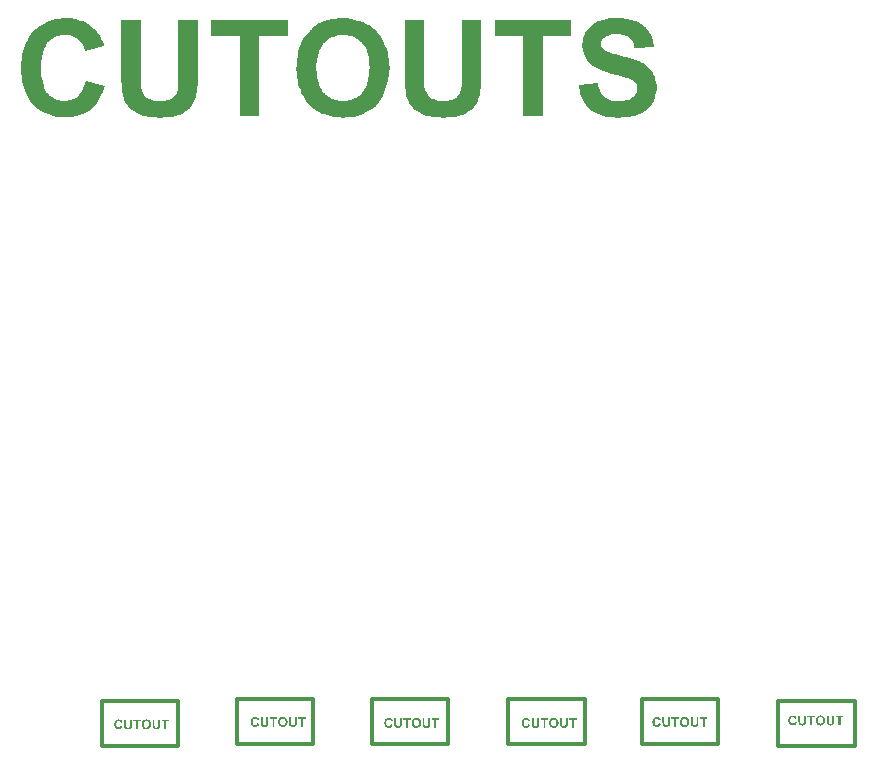
<source format=gm1>
%FSLAX23Y23*%
%MOIN*%
G70*
G01*
G75*
G04 Layer_Color=16711935*
%ADD10C,0.450*%
%ADD11R,0.031X0.033*%
%ADD12R,0.217X0.059*%
%ADD13R,0.033X0.031*%
%ADD14R,0.043X0.105*%
%ADD15R,0.043X0.059*%
%ADD16R,0.105X0.043*%
G04:AMPARAMS|DCode=17|XSize=33mil|YSize=31mil|CornerRadius=0mil|HoleSize=0mil|Usage=FLASHONLY|Rotation=292.500|XOffset=0mil|YOffset=0mil|HoleType=Round|Shape=Rectangle|*
%AMROTATEDRECTD17*
4,1,4,-0.021,0.009,0.008,0.021,0.021,-0.009,-0.008,-0.021,-0.021,0.009,0.0*
%
%ADD17ROTATEDRECTD17*%

G04:AMPARAMS|DCode=18|XSize=33mil|YSize=31mil|CornerRadius=0mil|HoleSize=0mil|Usage=FLASHONLY|Rotation=337.500|XOffset=0mil|YOffset=0mil|HoleType=Round|Shape=Rectangle|*
%AMROTATEDRECTD18*
4,1,4,-0.021,-0.008,-0.009,0.021,0.021,0.008,0.009,-0.021,-0.021,-0.008,0.0*
%
%ADD18ROTATEDRECTD18*%

G04:AMPARAMS|DCode=19|XSize=33mil|YSize=31mil|CornerRadius=0mil|HoleSize=0mil|Usage=FLASHONLY|Rotation=22.500|XOffset=0mil|YOffset=0mil|HoleType=Round|Shape=Rectangle|*
%AMROTATEDRECTD19*
4,1,4,-0.009,-0.021,-0.021,0.008,0.009,0.021,0.021,-0.008,-0.009,-0.021,0.0*
%
%ADD19ROTATEDRECTD19*%

G04:AMPARAMS|DCode=20|XSize=33mil|YSize=31mil|CornerRadius=0mil|HoleSize=0mil|Usage=FLASHONLY|Rotation=67.500|XOffset=0mil|YOffset=0mil|HoleType=Round|Shape=Rectangle|*
%AMROTATEDRECTD20*
4,1,4,0.008,-0.021,-0.021,-0.009,-0.008,0.021,0.021,0.009,0.008,-0.021,0.0*
%
%ADD20ROTATEDRECTD20*%

G04:AMPARAMS|DCode=21|XSize=59mil|YSize=43mil|CornerRadius=0mil|HoleSize=0mil|Usage=FLASHONLY|Rotation=112.500|XOffset=0mil|YOffset=0mil|HoleType=Round|Shape=Rectangle|*
%AMROTATEDRECTD21*
4,1,4,0.031,-0.019,-0.009,-0.036,-0.031,0.019,0.009,0.036,0.031,-0.019,0.0*
%
%ADD21ROTATEDRECTD21*%

G04:AMPARAMS|DCode=22|XSize=59mil|YSize=43mil|CornerRadius=0mil|HoleSize=0mil|Usage=FLASHONLY|Rotation=157.500|XOffset=0mil|YOffset=0mil|HoleType=Round|Shape=Rectangle|*
%AMROTATEDRECTD22*
4,1,4,0.036,0.009,0.019,-0.031,-0.036,-0.009,-0.019,0.031,0.036,0.009,0.0*
%
%ADD22ROTATEDRECTD22*%

G04:AMPARAMS|DCode=23|XSize=59mil|YSize=43mil|CornerRadius=0mil|HoleSize=0mil|Usage=FLASHONLY|Rotation=202.500|XOffset=0mil|YOffset=0mil|HoleType=Round|Shape=Rectangle|*
%AMROTATEDRECTD23*
4,1,4,0.019,0.031,0.036,-0.009,-0.019,-0.031,-0.036,0.009,0.019,0.031,0.0*
%
%ADD23ROTATEDRECTD23*%

G04:AMPARAMS|DCode=24|XSize=59mil|YSize=43mil|CornerRadius=0mil|HoleSize=0mil|Usage=FLASHONLY|Rotation=247.500|XOffset=0mil|YOffset=0mil|HoleType=Round|Shape=Rectangle|*
%AMROTATEDRECTD24*
4,1,4,-0.009,0.036,0.031,0.019,0.009,-0.036,-0.031,-0.019,-0.009,0.036,0.0*
%
%ADD24ROTATEDRECTD24*%

G04:AMPARAMS|DCode=25|XSize=33mil|YSize=31mil|CornerRadius=0mil|HoleSize=0mil|Usage=FLASHONLY|Rotation=292.850|XOffset=0mil|YOffset=0mil|HoleType=Round|Shape=Rectangle|*
%AMROTATEDRECTD25*
4,1,4,-0.021,0.009,0.008,0.022,0.021,-0.009,-0.008,-0.022,-0.021,0.009,0.0*
%
%ADD25ROTATEDRECTD25*%

G04:AMPARAMS|DCode=26|XSize=33mil|YSize=31mil|CornerRadius=0mil|HoleSize=0mil|Usage=FLASHONLY|Rotation=315.000|XOffset=0mil|YOffset=0mil|HoleType=Round|Shape=Rectangle|*
%AMROTATEDRECTD26*
4,1,4,-0.023,0.001,-0.001,0.023,0.023,-0.001,0.001,-0.023,-0.023,0.001,0.0*
%
%ADD26ROTATEDRECTD26*%

G04:AMPARAMS|DCode=27|XSize=33mil|YSize=31mil|CornerRadius=0mil|HoleSize=0mil|Usage=FLASHONLY|Rotation=45.000|XOffset=0mil|YOffset=0mil|HoleType=Round|Shape=Rectangle|*
%AMROTATEDRECTD27*
4,1,4,-0.001,-0.023,-0.023,-0.001,0.001,0.023,0.023,0.001,-0.001,-0.023,0.0*
%
%ADD27ROTATEDRECTD27*%

G04:AMPARAMS|DCode=28|XSize=59mil|YSize=43mil|CornerRadius=0mil|HoleSize=0mil|Usage=FLASHONLY|Rotation=135.000|XOffset=0mil|YOffset=0mil|HoleType=Round|Shape=Rectangle|*
%AMROTATEDRECTD28*
4,1,4,0.036,-0.006,0.006,-0.036,-0.036,0.006,-0.006,0.036,0.036,-0.006,0.0*
%
%ADD28ROTATEDRECTD28*%

%ADD29R,0.059X0.043*%
G04:AMPARAMS|DCode=30|XSize=59mil|YSize=43mil|CornerRadius=0mil|HoleSize=0mil|Usage=FLASHONLY|Rotation=225.000|XOffset=0mil|YOffset=0mil|HoleType=Round|Shape=Rectangle|*
%AMROTATEDRECTD30*
4,1,4,0.006,0.036,0.036,0.006,-0.006,-0.036,-0.036,-0.006,0.006,0.036,0.0*
%
%ADD30ROTATEDRECTD30*%

G04:AMPARAMS|DCode=31|XSize=10mil|YSize=59mil|CornerRadius=0mil|HoleSize=0mil|Usage=FLASHONLY|Rotation=225.000|XOffset=0mil|YOffset=0mil|HoleType=Round|Shape=Rectangle|*
%AMROTATEDRECTD31*
4,1,4,-0.017,0.024,0.024,-0.017,0.017,-0.024,-0.024,0.017,-0.017,0.024,0.0*
%
%ADD31ROTATEDRECTD31*%

G04:AMPARAMS|DCode=32|XSize=10mil|YSize=59mil|CornerRadius=0mil|HoleSize=0mil|Usage=FLASHONLY|Rotation=315.000|XOffset=0mil|YOffset=0mil|HoleType=Round|Shape=Rectangle|*
%AMROTATEDRECTD32*
4,1,4,-0.024,-0.017,0.017,0.024,0.024,0.017,-0.017,-0.024,-0.024,-0.017,0.0*
%
%ADD32ROTATEDRECTD32*%

%ADD33R,0.026X0.014*%
%ADD34R,0.049X0.014*%
%ADD35R,0.033X0.024*%
%ADD36R,0.047X0.024*%
G04:AMPARAMS|DCode=37|XSize=24mil|YSize=33mil|CornerRadius=0mil|HoleSize=0mil|Usage=FLASHONLY|Rotation=225.000|XOffset=0mil|YOffset=0mil|HoleType=Round|Shape=Rectangle|*
%AMROTATEDRECTD37*
4,1,4,-0.003,0.020,0.020,-0.003,0.003,-0.020,-0.020,0.003,-0.003,0.020,0.0*
%
%ADD37ROTATEDRECTD37*%

%ADD38R,0.035X0.012*%
%ADD39C,0.039*%
%ADD40R,0.055X0.043*%
%ADD41R,0.024X0.033*%
%ADD42R,0.043X0.055*%
%ADD43R,0.024X0.081*%
%ADD44R,0.069X0.039*%
%ADD45R,0.035X0.049*%
%ADD46R,0.020X0.093*%
%ADD47R,0.079X0.098*%
%ADD48R,0.029X0.110*%
%ADD49R,0.024X0.079*%
%ADD50R,0.094X0.079*%
%ADD51R,0.110X0.050*%
%ADD52R,0.051X0.022*%
%ADD53R,0.022X0.051*%
%ADD54R,0.024X0.089*%
%ADD55R,0.033X0.010*%
%ADD56R,0.010X0.033*%
%ADD57R,0.240X0.240*%
%ADD58R,0.150X0.050*%
%ADD59C,0.008*%
%ADD60C,0.007*%
%ADD61C,0.010*%
%ADD62C,0.006*%
%ADD63C,0.012*%
%ADD64C,0.020*%
%ADD65C,0.059*%
%ADD66P,0.084X4X90.0*%
%ADD67C,0.100*%
%ADD68C,0.116*%
%ADD69C,0.030*%
%ADD70C,0.230*%
%ADD71C,0.018*%
%ADD72C,0.026*%
%ADD73C,0.050*%
%ADD74C,0.087*%
%ADD75C,0.040*%
%ADD76C,0.075*%
%ADD77C,0.105*%
%ADD78C,0.168*%
%ADD79C,0.060*%
%ADD80C,0.162*%
%ADD81C,0.087*%
%ADD82C,0.099*%
%ADD83C,0.078*%
G04:AMPARAMS|DCode=84|XSize=72mil|YSize=72mil|CornerRadius=0mil|HoleSize=0mil|Usage=FLASHONLY|Rotation=0.000|XOffset=0mil|YOffset=0mil|HoleType=Round|Shape=Relief|Width=10mil|Gap=10mil|Entries=4|*
%AMTHD84*
7,0,0,0.072,0.052,0.010,45*
%
%ADD84THD84*%
%ADD85C,0.052*%
G04:AMPARAMS|DCode=86|XSize=88mil|YSize=88mil|CornerRadius=0mil|HoleSize=0mil|Usage=FLASHONLY|Rotation=0.000|XOffset=0mil|YOffset=0mil|HoleType=Round|Shape=Relief|Width=10mil|Gap=10mil|Entries=4|*
%AMTHD86*
7,0,0,0.088,0.068,0.010,45*
%
%ADD86THD86*%
G04:AMPARAMS|DCode=87|XSize=119.055mil|YSize=119.055mil|CornerRadius=0mil|HoleSize=0mil|Usage=FLASHONLY|Rotation=0.000|XOffset=0mil|YOffset=0mil|HoleType=Round|Shape=Relief|Width=10mil|Gap=10mil|Entries=4|*
%AMTHD87*
7,0,0,0.119,0.099,0.010,45*
%
%ADD87THD87*%
%ADD88R,0.049X0.035*%
%ADD89R,0.050X0.050*%
%ADD90R,0.035X0.083*%
%ADD91R,0.130X0.083*%
%ADD92R,0.031X0.118*%
%ADD93R,0.038X0.035*%
%ADD94R,0.038X0.026*%
%ADD95R,0.039X0.079*%
G04:AMPARAMS|DCode=96|XSize=120mil|YSize=50mil|CornerRadius=0mil|HoleSize=0mil|Usage=FLASHONLY|Rotation=135.000|XOffset=0mil|YOffset=0mil|HoleType=Round|Shape=Rectangle|*
%AMROTATEDRECTD96*
4,1,4,0.060,-0.025,0.025,-0.060,-0.060,0.025,-0.025,0.060,0.060,-0.025,0.0*
%
%ADD96ROTATEDRECTD96*%

%ADD97C,0.050*%
%ADD98C,0.030*%
%ADD99C,0.024*%
%ADD100C,0.010*%
%ADD101C,0.008*%
%ADD102C,0.005*%
%ADD103C,0.004*%
%ADD104R,0.024X0.047*%
%ADD105R,0.025X0.025*%
%ADD106R,0.039X0.041*%
%ADD107R,0.225X0.067*%
%ADD108R,0.041X0.039*%
%ADD109R,0.051X0.113*%
%ADD110R,0.051X0.067*%
%ADD111R,0.113X0.051*%
G04:AMPARAMS|DCode=112|XSize=41mil|YSize=39mil|CornerRadius=0mil|HoleSize=0mil|Usage=FLASHONLY|Rotation=292.500|XOffset=0mil|YOffset=0mil|HoleType=Round|Shape=Rectangle|*
%AMROTATEDRECTD112*
4,1,4,-0.026,0.012,0.010,0.027,0.026,-0.012,-0.010,-0.027,-0.026,0.012,0.0*
%
%ADD112ROTATEDRECTD112*%

G04:AMPARAMS|DCode=113|XSize=41mil|YSize=39mil|CornerRadius=0mil|HoleSize=0mil|Usage=FLASHONLY|Rotation=337.500|XOffset=0mil|YOffset=0mil|HoleType=Round|Shape=Rectangle|*
%AMROTATEDRECTD113*
4,1,4,-0.027,-0.010,-0.012,0.026,0.027,0.010,0.012,-0.026,-0.027,-0.010,0.0*
%
%ADD113ROTATEDRECTD113*%

G04:AMPARAMS|DCode=114|XSize=41mil|YSize=39mil|CornerRadius=0mil|HoleSize=0mil|Usage=FLASHONLY|Rotation=22.500|XOffset=0mil|YOffset=0mil|HoleType=Round|Shape=Rectangle|*
%AMROTATEDRECTD114*
4,1,4,-0.012,-0.026,-0.027,0.010,0.012,0.026,0.027,-0.010,-0.012,-0.026,0.0*
%
%ADD114ROTATEDRECTD114*%

G04:AMPARAMS|DCode=115|XSize=41mil|YSize=39mil|CornerRadius=0mil|HoleSize=0mil|Usage=FLASHONLY|Rotation=67.500|XOffset=0mil|YOffset=0mil|HoleType=Round|Shape=Rectangle|*
%AMROTATEDRECTD115*
4,1,4,0.010,-0.027,-0.026,-0.012,-0.010,0.027,0.026,0.012,0.010,-0.027,0.0*
%
%ADD115ROTATEDRECTD115*%

G04:AMPARAMS|DCode=116|XSize=67mil|YSize=51mil|CornerRadius=0mil|HoleSize=0mil|Usage=FLASHONLY|Rotation=112.500|XOffset=0mil|YOffset=0mil|HoleType=Round|Shape=Rectangle|*
%AMROTATEDRECTD116*
4,1,4,0.037,-0.021,-0.011,-0.041,-0.037,0.021,0.011,0.041,0.037,-0.021,0.0*
%
%ADD116ROTATEDRECTD116*%

G04:AMPARAMS|DCode=117|XSize=67mil|YSize=51mil|CornerRadius=0mil|HoleSize=0mil|Usage=FLASHONLY|Rotation=157.500|XOffset=0mil|YOffset=0mil|HoleType=Round|Shape=Rectangle|*
%AMROTATEDRECTD117*
4,1,4,0.041,0.011,0.021,-0.037,-0.041,-0.011,-0.021,0.037,0.041,0.011,0.0*
%
%ADD117ROTATEDRECTD117*%

G04:AMPARAMS|DCode=118|XSize=67mil|YSize=51mil|CornerRadius=0mil|HoleSize=0mil|Usage=FLASHONLY|Rotation=202.500|XOffset=0mil|YOffset=0mil|HoleType=Round|Shape=Rectangle|*
%AMROTATEDRECTD118*
4,1,4,0.021,0.037,0.041,-0.011,-0.021,-0.037,-0.041,0.011,0.021,0.037,0.0*
%
%ADD118ROTATEDRECTD118*%

G04:AMPARAMS|DCode=119|XSize=67mil|YSize=51mil|CornerRadius=0mil|HoleSize=0mil|Usage=FLASHONLY|Rotation=247.500|XOffset=0mil|YOffset=0mil|HoleType=Round|Shape=Rectangle|*
%AMROTATEDRECTD119*
4,1,4,-0.011,0.041,0.037,0.021,0.011,-0.041,-0.037,-0.021,-0.011,0.041,0.0*
%
%ADD119ROTATEDRECTD119*%

G04:AMPARAMS|DCode=120|XSize=41mil|YSize=39mil|CornerRadius=0mil|HoleSize=0mil|Usage=FLASHONLY|Rotation=292.850|XOffset=0mil|YOffset=0mil|HoleType=Round|Shape=Rectangle|*
%AMROTATEDRECTD120*
4,1,4,-0.026,0.011,0.010,0.027,0.026,-0.011,-0.010,-0.027,-0.026,0.011,0.0*
%
%ADD120ROTATEDRECTD120*%

G04:AMPARAMS|DCode=121|XSize=41mil|YSize=39mil|CornerRadius=0mil|HoleSize=0mil|Usage=FLASHONLY|Rotation=315.000|XOffset=0mil|YOffset=0mil|HoleType=Round|Shape=Rectangle|*
%AMROTATEDRECTD121*
4,1,4,-0.029,0.001,-0.001,0.029,0.029,-0.001,0.001,-0.029,-0.029,0.001,0.0*
%
%ADD121ROTATEDRECTD121*%

G04:AMPARAMS|DCode=122|XSize=41mil|YSize=39mil|CornerRadius=0mil|HoleSize=0mil|Usage=FLASHONLY|Rotation=45.000|XOffset=0mil|YOffset=0mil|HoleType=Round|Shape=Rectangle|*
%AMROTATEDRECTD122*
4,1,4,-0.001,-0.029,-0.029,-0.001,0.001,0.029,0.029,0.001,-0.001,-0.029,0.0*
%
%ADD122ROTATEDRECTD122*%

G04:AMPARAMS|DCode=123|XSize=67mil|YSize=51mil|CornerRadius=0mil|HoleSize=0mil|Usage=FLASHONLY|Rotation=135.000|XOffset=0mil|YOffset=0mil|HoleType=Round|Shape=Rectangle|*
%AMROTATEDRECTD123*
4,1,4,0.042,-0.006,0.006,-0.042,-0.042,0.006,-0.006,0.042,0.042,-0.006,0.0*
%
%ADD123ROTATEDRECTD123*%

%ADD124R,0.067X0.051*%
G04:AMPARAMS|DCode=125|XSize=67mil|YSize=51mil|CornerRadius=0mil|HoleSize=0mil|Usage=FLASHONLY|Rotation=225.000|XOffset=0mil|YOffset=0mil|HoleType=Round|Shape=Rectangle|*
%AMROTATEDRECTD125*
4,1,4,0.006,0.042,0.042,0.006,-0.006,-0.042,-0.042,-0.006,0.006,0.042,0.0*
%
%ADD125ROTATEDRECTD125*%

G04:AMPARAMS|DCode=126|XSize=18mil|YSize=67mil|CornerRadius=0mil|HoleSize=0mil|Usage=FLASHONLY|Rotation=225.000|XOffset=0mil|YOffset=0mil|HoleType=Round|Shape=Rectangle|*
%AMROTATEDRECTD126*
4,1,4,-0.017,0.030,0.030,-0.017,0.017,-0.030,-0.030,0.017,-0.017,0.030,0.0*
%
%ADD126ROTATEDRECTD126*%

G04:AMPARAMS|DCode=127|XSize=18mil|YSize=67mil|CornerRadius=0mil|HoleSize=0mil|Usage=FLASHONLY|Rotation=315.000|XOffset=0mil|YOffset=0mil|HoleType=Round|Shape=Rectangle|*
%AMROTATEDRECTD127*
4,1,4,-0.030,-0.017,0.017,0.030,0.030,0.017,-0.017,-0.030,-0.030,-0.017,0.0*
%
%ADD127ROTATEDRECTD127*%

%ADD128R,0.034X0.022*%
%ADD129R,0.057X0.022*%
%ADD130R,0.041X0.032*%
%ADD131R,0.055X0.032*%
G04:AMPARAMS|DCode=132|XSize=32mil|YSize=41mil|CornerRadius=0mil|HoleSize=0mil|Usage=FLASHONLY|Rotation=225.000|XOffset=0mil|YOffset=0mil|HoleType=Round|Shape=Rectangle|*
%AMROTATEDRECTD132*
4,1,4,-0.003,0.026,0.026,-0.003,0.003,-0.026,-0.026,0.003,-0.003,0.026,0.0*
%
%ADD132ROTATEDRECTD132*%

%ADD133R,0.043X0.020*%
%ADD134R,0.063X0.051*%
%ADD135R,0.032X0.041*%
%ADD136R,0.051X0.063*%
%ADD137R,0.032X0.089*%
%ADD138R,0.077X0.047*%
%ADD139R,0.043X0.057*%
%ADD140R,0.028X0.101*%
%ADD141R,0.087X0.106*%
%ADD142R,0.037X0.118*%
%ADD143R,0.032X0.087*%
%ADD144R,0.102X0.087*%
%ADD145R,0.118X0.058*%
%ADD146R,0.059X0.030*%
%ADD147R,0.030X0.059*%
%ADD148R,0.032X0.097*%
%ADD149R,0.041X0.018*%
%ADD150R,0.018X0.041*%
%ADD151R,0.248X0.248*%
%ADD152R,0.158X0.058*%
%ADD153C,0.067*%
%ADD154P,0.095X4X90.0*%
%ADD155C,0.108*%
%ADD156C,0.124*%
%ADD157C,0.038*%
%ADD158C,0.238*%
%ADD159C,0.008*%
%ADD160C,0.026*%
%ADD161R,0.008X0.008*%
%ADD162R,0.057X0.043*%
%ADD163R,0.058X0.058*%
%ADD164R,0.043X0.091*%
%ADD165R,0.138X0.091*%
%ADD166R,0.039X0.126*%
%ADD167R,0.046X0.043*%
%ADD168R,0.046X0.034*%
%ADD169R,0.047X0.087*%
G04:AMPARAMS|DCode=170|XSize=128mil|YSize=58mil|CornerRadius=0mil|HoleSize=0mil|Usage=FLASHONLY|Rotation=135.000|XOffset=0mil|YOffset=0mil|HoleType=Round|Shape=Rectangle|*
%AMROTATEDRECTD170*
4,1,4,0.066,-0.025,0.025,-0.066,-0.066,0.025,-0.025,0.066,0.066,-0.025,0.0*
%
%ADD170ROTATEDRECTD170*%

%ADD171C,0.004*%
G36*
X3549Y-234D02*
X3540D01*
Y-261D01*
X3533D01*
Y-234D01*
X3524D01*
Y-229D01*
X3549D01*
Y-234D01*
D02*
G37*
G36*
X3425Y-246D02*
Y-246D01*
Y-246D01*
Y-246D01*
Y-247D01*
Y-247D01*
X3425Y-248D01*
Y-248D01*
X3425Y-249D01*
X3425Y-250D01*
X3425Y-252D01*
X3425Y-252D01*
X3425Y-253D01*
X3424Y-254D01*
X3424Y-254D01*
Y-254D01*
X3424Y-254D01*
Y-254D01*
X3424Y-254D01*
X3424Y-255D01*
X3424Y-255D01*
X3424Y-256D01*
X3423Y-257D01*
X3423Y-257D01*
X3422Y-258D01*
X3422Y-258D01*
X3422Y-258D01*
X3422Y-259D01*
X3421Y-259D01*
X3421Y-259D01*
X3420Y-260D01*
X3419Y-260D01*
X3419Y-261D01*
X3419D01*
X3419Y-261D01*
X3418Y-261D01*
X3418Y-261D01*
X3418Y-261D01*
X3418Y-261D01*
X3417Y-261D01*
X3417Y-261D01*
X3417Y-261D01*
X3416Y-261D01*
X3415Y-261D01*
X3414Y-262D01*
X3413Y-262D01*
X3412D01*
X3411Y-262D01*
X3411D01*
X3410Y-261D01*
X3410Y-261D01*
X3409Y-261D01*
X3408Y-261D01*
X3407Y-261D01*
X3406Y-261D01*
X3406Y-261D01*
X3405D01*
X3405Y-261D01*
X3405Y-260D01*
X3405Y-260D01*
X3405Y-260D01*
X3404Y-260D01*
X3404Y-259D01*
X3403Y-259D01*
X3402Y-258D01*
X3402Y-258D01*
X3402Y-258D01*
X3402Y-258D01*
X3401Y-257D01*
X3401Y-257D01*
X3401Y-256D01*
X3400Y-256D01*
X3400Y-255D01*
X3400Y-254D01*
Y-254D01*
X3400Y-254D01*
Y-254D01*
X3400Y-254D01*
X3400Y-253D01*
X3400Y-253D01*
X3400Y-253D01*
X3400Y-252D01*
X3400Y-252D01*
X3400Y-251D01*
X3400Y-250D01*
X3399Y-250D01*
X3399Y-249D01*
Y-248D01*
X3399Y-247D01*
Y-246D01*
Y-229D01*
X3406D01*
Y-246D01*
Y-246D01*
Y-247D01*
Y-247D01*
Y-247D01*
Y-247D01*
Y-248D01*
X3406Y-249D01*
Y-249D01*
X3406Y-250D01*
X3406Y-251D01*
Y-251D01*
X3406Y-251D01*
X3406Y-252D01*
Y-252D01*
X3406Y-252D01*
X3406Y-252D01*
X3406Y-252D01*
X3406Y-253D01*
X3407Y-253D01*
X3407Y-254D01*
X3407Y-254D01*
X3408Y-255D01*
X3408Y-255D01*
X3408Y-255D01*
X3409Y-255D01*
X3409Y-255D01*
X3410Y-256D01*
X3411Y-256D01*
X3411Y-256D01*
X3412Y-256D01*
X3413D01*
X3413Y-256D01*
X3414Y-256D01*
X3415Y-256D01*
X3415Y-256D01*
X3416Y-255D01*
X3416Y-255D01*
X3417Y-255D01*
X3417Y-255D01*
X3417Y-254D01*
X3417Y-254D01*
X3418Y-254D01*
X3418Y-253D01*
X3418Y-253D01*
X3418Y-252D01*
Y-252D01*
X3418Y-252D01*
X3418Y-252D01*
Y-251D01*
X3418Y-251D01*
X3418Y-251D01*
Y-251D01*
X3418Y-250D01*
Y-250D01*
X3418Y-249D01*
Y-249D01*
X3418Y-248D01*
Y-247D01*
Y-247D01*
Y-229D01*
X3425D01*
Y-246D01*
D02*
G37*
G36*
X3455Y-234D02*
X3445D01*
Y-261D01*
X3439D01*
Y-234D01*
X3429D01*
Y-229D01*
X3455D01*
Y-234D01*
D02*
G37*
G36*
X2927Y-236D02*
X2927D01*
X2927Y-237D01*
X2928Y-237D01*
X2929Y-237D01*
X2929Y-237D01*
X2930Y-237D01*
X2931Y-237D01*
X2932Y-238D01*
X2932Y-238D01*
X2933Y-238D01*
X2934Y-239D01*
X2935Y-239D01*
X2936Y-240D01*
X2936Y-240D01*
X2936Y-240D01*
X2936Y-240D01*
X2936Y-240D01*
X2936Y-241D01*
X2936Y-241D01*
X2936Y-241D01*
X2937Y-241D01*
X2937Y-242D01*
X2937Y-242D01*
X2938Y-243D01*
X2938Y-243D01*
X2938Y-244D01*
X2938Y-244D01*
X2939Y-245D01*
X2939Y-246D01*
X2932Y-247D01*
Y-247D01*
X2932Y-247D01*
X2932Y-247D01*
X2932Y-247D01*
X2932Y-246D01*
X2932Y-246D01*
X2932Y-245D01*
X2931Y-245D01*
X2931Y-244D01*
X2930Y-243D01*
X2930Y-243D01*
X2930Y-243D01*
X2929Y-243D01*
X2929Y-243D01*
X2928Y-242D01*
X2927Y-242D01*
X2927Y-242D01*
X2926Y-242D01*
X2925D01*
X2925Y-242D01*
X2925Y-242D01*
X2924Y-242D01*
X2924Y-242D01*
X2923Y-243D01*
X2922Y-243D01*
X2922Y-243D01*
X2921Y-243D01*
X2921Y-244D01*
X2920Y-244D01*
X2920Y-245D01*
X2920Y-245D01*
X2920Y-245D01*
X2920Y-245D01*
X2920Y-245D01*
X2919Y-245D01*
X2919Y-246D01*
X2919Y-246D01*
X2919Y-247D01*
X2919Y-247D01*
X2918Y-248D01*
X2918Y-248D01*
X2918Y-249D01*
X2918Y-250D01*
X2918Y-251D01*
X2918Y-252D01*
X2918Y-253D01*
Y-253D01*
Y-253D01*
Y-253D01*
X2918Y-254D01*
X2918Y-254D01*
X2918Y-255D01*
X2918Y-256D01*
X2918Y-256D01*
X2918Y-258D01*
X2919Y-259D01*
X2919Y-260D01*
X2919Y-260D01*
X2919Y-261D01*
X2920Y-261D01*
X2920Y-262D01*
X2920Y-262D01*
X2920Y-262D01*
X2920Y-262D01*
X2920Y-262D01*
X2921Y-262D01*
X2921Y-263D01*
X2921Y-263D01*
X2922Y-263D01*
X2923Y-264D01*
X2924Y-264D01*
X2924Y-264D01*
X2925Y-264D01*
X2925Y-264D01*
X2926D01*
X2926Y-264D01*
X2926Y-264D01*
X2927Y-264D01*
X2928Y-264D01*
X2928Y-263D01*
X2929Y-263D01*
X2930Y-262D01*
X2930Y-262D01*
X2930Y-262D01*
X2930Y-262D01*
X2931Y-262D01*
X2931Y-261D01*
X2931Y-261D01*
X2931Y-260D01*
X2932Y-260D01*
X2932Y-259D01*
X2932Y-259D01*
X2932Y-258D01*
X2932Y-258D01*
X2933Y-257D01*
X2939Y-259D01*
Y-259D01*
X2939Y-259D01*
X2939Y-260D01*
X2939Y-260D01*
X2938Y-260D01*
X2938Y-261D01*
X2938Y-262D01*
X2938Y-262D01*
X2937Y-263D01*
X2937Y-264D01*
X2936Y-265D01*
X2936Y-265D01*
X2935Y-266D01*
X2935Y-267D01*
X2934Y-267D01*
X2934Y-267D01*
X2934Y-267D01*
X2934Y-267D01*
X2933Y-267D01*
X2933Y-268D01*
X2933Y-268D01*
X2932Y-268D01*
X2932Y-268D01*
X2931Y-269D01*
X2931Y-269D01*
X2930Y-269D01*
X2929Y-269D01*
X2928Y-269D01*
X2927Y-269D01*
X2927Y-269D01*
X2926Y-270D01*
X2925D01*
X2925Y-269D01*
X2925Y-269D01*
X2924Y-269D01*
X2923Y-269D01*
X2923Y-269D01*
X2922Y-269D01*
X2921Y-269D01*
X2920Y-269D01*
X2919Y-268D01*
X2918Y-268D01*
X2918Y-267D01*
X2917Y-267D01*
X2916Y-266D01*
X2915Y-265D01*
X2915Y-265D01*
X2915Y-265D01*
X2915Y-265D01*
X2914Y-264D01*
X2914Y-264D01*
X2914Y-263D01*
X2913Y-263D01*
X2913Y-262D01*
X2913Y-261D01*
X2912Y-260D01*
X2912Y-259D01*
X2912Y-258D01*
X2911Y-257D01*
X2911Y-256D01*
X2911Y-255D01*
X2911Y-253D01*
Y-253D01*
Y-253D01*
Y-253D01*
Y-253D01*
X2911Y-253D01*
X2911Y-252D01*
X2911Y-251D01*
X2911Y-251D01*
X2911Y-250D01*
X2911Y-249D01*
X2912Y-248D01*
X2912Y-247D01*
X2912Y-246D01*
X2913Y-245D01*
X2913Y-244D01*
X2914Y-243D01*
X2914Y-242D01*
X2915Y-241D01*
X2915Y-241D01*
X2915Y-241D01*
X2916Y-240D01*
X2916Y-240D01*
X2916Y-240D01*
X2917Y-239D01*
X2917Y-239D01*
X2918Y-239D01*
X2919Y-238D01*
X2920Y-238D01*
X2920Y-237D01*
X2921Y-237D01*
X2922Y-237D01*
X2924Y-237D01*
X2925Y-236D01*
X2926Y-236D01*
X2926D01*
X2927Y-236D01*
D02*
G37*
G36*
X3474Y-228D02*
X3474Y-229D01*
X3475Y-229D01*
X3476Y-229D01*
X3476Y-229D01*
X3477Y-229D01*
X3478Y-229D01*
X3479Y-230D01*
X3480Y-230D01*
X3481Y-230D01*
X3482Y-231D01*
X3483Y-231D01*
X3484Y-232D01*
X3484Y-233D01*
X3484Y-233D01*
X3485Y-233D01*
X3485Y-233D01*
X3485Y-234D01*
X3485Y-234D01*
X3486Y-235D01*
X3486Y-235D01*
X3487Y-236D01*
X3487Y-237D01*
X3487Y-238D01*
X3488Y-239D01*
X3488Y-240D01*
X3488Y-241D01*
X3489Y-242D01*
X3489Y-244D01*
X3489Y-245D01*
Y-245D01*
Y-245D01*
Y-245D01*
X3489Y-246D01*
X3489Y-246D01*
X3489Y-247D01*
X3488Y-248D01*
X3488Y-249D01*
X3488Y-250D01*
X3488Y-250D01*
X3488Y-251D01*
X3487Y-252D01*
X3487Y-253D01*
X3486Y-254D01*
X3486Y-255D01*
X3485Y-256D01*
X3484Y-257D01*
X3484Y-257D01*
X3484Y-257D01*
X3484Y-258D01*
X3484Y-258D01*
X3483Y-258D01*
X3483Y-259D01*
X3482Y-259D01*
X3481Y-259D01*
X3481Y-260D01*
X3480Y-260D01*
X3479Y-261D01*
X3478Y-261D01*
X3477Y-261D01*
X3476Y-261D01*
X3474Y-262D01*
X3473Y-262D01*
X3473D01*
X3473Y-262D01*
X3472Y-261D01*
X3471Y-261D01*
X3471Y-261D01*
X3470Y-261D01*
X3469Y-261D01*
X3468Y-261D01*
X3467Y-261D01*
X3466Y-260D01*
X3465Y-260D01*
X3465Y-259D01*
X3464Y-259D01*
X3463Y-258D01*
X3462Y-257D01*
X3462Y-257D01*
X3462Y-257D01*
X3462Y-257D01*
X3461Y-256D01*
X3461Y-256D01*
X3461Y-255D01*
X3460Y-255D01*
X3460Y-254D01*
X3459Y-253D01*
X3459Y-252D01*
X3459Y-251D01*
X3458Y-250D01*
X3458Y-249D01*
X3458Y-248D01*
X3458Y-247D01*
X3458Y-245D01*
Y-245D01*
Y-245D01*
Y-245D01*
X3458Y-244D01*
Y-244D01*
X3458Y-243D01*
X3458Y-243D01*
X3458Y-242D01*
X3458Y-241D01*
X3458Y-240D01*
X3459Y-238D01*
X3459Y-237D01*
Y-237D01*
X3459Y-237D01*
X3459Y-237D01*
X3459Y-237D01*
X3460Y-236D01*
X3460Y-236D01*
X3460Y-235D01*
X3461Y-234D01*
X3461Y-233D01*
X3462Y-233D01*
X3462Y-233D01*
X3462Y-233D01*
X3462Y-232D01*
X3463Y-232D01*
X3463Y-232D01*
X3464Y-231D01*
X3465Y-231D01*
X3465Y-230D01*
X3466Y-230D01*
X3466D01*
X3466Y-230D01*
X3467Y-230D01*
X3467Y-230D01*
X3467Y-229D01*
X3467Y-229D01*
X3468Y-229D01*
X3468Y-229D01*
X3469Y-229D01*
X3469Y-229D01*
X3470Y-229D01*
X3472Y-228D01*
X3473Y-228D01*
X3473D01*
X3474Y-228D01*
D02*
G37*
G36*
X3519Y-246D02*
Y-246D01*
Y-246D01*
Y-246D01*
Y-247D01*
Y-247D01*
X3519Y-248D01*
Y-248D01*
X3519Y-249D01*
X3519Y-250D01*
X3519Y-252D01*
X3519Y-252D01*
X3519Y-253D01*
X3519Y-254D01*
X3519Y-254D01*
Y-254D01*
X3519Y-254D01*
Y-254D01*
X3519Y-254D01*
X3518Y-255D01*
X3518Y-255D01*
X3518Y-256D01*
X3518Y-257D01*
X3517Y-257D01*
X3517Y-258D01*
X3517Y-258D01*
X3516Y-258D01*
X3516Y-259D01*
X3516Y-259D01*
X3515Y-259D01*
X3515Y-260D01*
X3514Y-260D01*
X3513Y-261D01*
X3513D01*
X3513Y-261D01*
X3513Y-261D01*
X3513Y-261D01*
X3512Y-261D01*
X3512Y-261D01*
X3512Y-261D01*
X3511Y-261D01*
X3511Y-261D01*
X3510Y-261D01*
X3509Y-261D01*
X3508Y-262D01*
X3507Y-262D01*
X3506D01*
X3506Y-262D01*
X3505D01*
X3505Y-261D01*
X3504Y-261D01*
X3503Y-261D01*
X3502Y-261D01*
X3501Y-261D01*
X3500Y-261D01*
X3500Y-261D01*
X3500D01*
X3500Y-261D01*
X3500Y-260D01*
X3499Y-260D01*
X3499Y-260D01*
X3498Y-260D01*
X3498Y-259D01*
X3497Y-259D01*
X3497Y-258D01*
X3496Y-258D01*
X3496Y-258D01*
X3496Y-258D01*
X3496Y-257D01*
X3495Y-257D01*
X3495Y-256D01*
X3495Y-256D01*
X3495Y-255D01*
X3494Y-254D01*
Y-254D01*
X3494Y-254D01*
Y-254D01*
X3494Y-254D01*
X3494Y-253D01*
X3494Y-253D01*
X3494Y-253D01*
X3494Y-252D01*
X3494Y-252D01*
X3494Y-251D01*
X3494Y-250D01*
X3494Y-250D01*
X3494Y-249D01*
Y-248D01*
X3494Y-247D01*
Y-246D01*
Y-229D01*
X3500D01*
Y-246D01*
Y-246D01*
Y-247D01*
Y-247D01*
Y-247D01*
Y-247D01*
Y-248D01*
X3500Y-249D01*
Y-249D01*
X3500Y-250D01*
X3500Y-251D01*
Y-251D01*
X3500Y-251D01*
X3500Y-252D01*
Y-252D01*
X3500Y-252D01*
X3500Y-252D01*
X3501Y-252D01*
X3501Y-253D01*
X3501Y-253D01*
X3501Y-254D01*
X3502Y-254D01*
X3502Y-255D01*
X3502Y-255D01*
X3503Y-255D01*
X3503Y-255D01*
X3503Y-255D01*
X3504Y-256D01*
X3505Y-256D01*
X3506Y-256D01*
X3507Y-256D01*
X3507D01*
X3508Y-256D01*
X3508Y-256D01*
X3509Y-256D01*
X3510Y-256D01*
X3510Y-255D01*
X3511Y-255D01*
X3511Y-255D01*
X3511Y-255D01*
X3511Y-254D01*
X3512Y-254D01*
X3512Y-254D01*
X3512Y-253D01*
X3512Y-253D01*
X3512Y-252D01*
Y-252D01*
X3513Y-252D01*
X3513Y-252D01*
Y-251D01*
X3513Y-251D01*
X3513Y-251D01*
Y-251D01*
X3513Y-250D01*
Y-250D01*
X3513Y-249D01*
Y-249D01*
X3513Y-248D01*
Y-247D01*
Y-247D01*
Y-229D01*
X3519D01*
Y-246D01*
D02*
G37*
G36*
X3994Y-237D02*
X3985D01*
Y-264D01*
X3978D01*
Y-237D01*
X3969D01*
Y-232D01*
X3994D01*
Y-237D01*
D02*
G37*
G36*
X3870Y-249D02*
Y-249D01*
Y-249D01*
Y-249D01*
Y-250D01*
Y-250D01*
X3870Y-251D01*
Y-251D01*
X3870Y-252D01*
X3870Y-253D01*
X3870Y-255D01*
X3870Y-255D01*
X3870Y-256D01*
X3869Y-257D01*
X3869Y-257D01*
Y-257D01*
X3869Y-257D01*
Y-257D01*
X3869Y-257D01*
X3869Y-258D01*
X3869Y-258D01*
X3869Y-259D01*
X3868Y-260D01*
X3868Y-260D01*
X3867Y-261D01*
X3867Y-261D01*
X3867Y-261D01*
X3867Y-262D01*
X3866Y-262D01*
X3866Y-262D01*
X3865Y-263D01*
X3864Y-263D01*
X3864Y-264D01*
X3864D01*
X3864Y-264D01*
X3863Y-264D01*
X3863Y-264D01*
X3863Y-264D01*
X3863Y-264D01*
X3862Y-264D01*
X3862Y-264D01*
X3862Y-264D01*
X3861Y-264D01*
X3860Y-264D01*
X3859Y-265D01*
X3858Y-265D01*
X3857D01*
X3856Y-265D01*
X3856D01*
X3855Y-264D01*
X3855Y-264D01*
X3854Y-264D01*
X3853Y-264D01*
X3852Y-264D01*
X3851Y-264D01*
X3851Y-264D01*
X3850D01*
X3850Y-264D01*
X3850Y-263D01*
X3850Y-263D01*
X3850Y-263D01*
X3849Y-263D01*
X3849Y-262D01*
X3848Y-262D01*
X3847Y-261D01*
X3847Y-261D01*
X3847Y-261D01*
X3847Y-261D01*
X3846Y-260D01*
X3846Y-260D01*
X3846Y-259D01*
X3845Y-259D01*
X3845Y-258D01*
X3845Y-257D01*
Y-257D01*
X3845Y-257D01*
Y-257D01*
X3845Y-257D01*
X3845Y-256D01*
X3845Y-256D01*
X3845Y-256D01*
X3845Y-255D01*
X3845Y-255D01*
X3845Y-254D01*
X3845Y-253D01*
X3844Y-253D01*
X3844Y-252D01*
Y-251D01*
X3844Y-250D01*
Y-249D01*
Y-232D01*
X3851D01*
Y-249D01*
Y-249D01*
Y-250D01*
Y-250D01*
Y-250D01*
Y-250D01*
Y-251D01*
X3851Y-252D01*
Y-252D01*
X3851Y-253D01*
X3851Y-254D01*
Y-254D01*
X3851Y-254D01*
X3851Y-255D01*
Y-255D01*
X3851Y-255D01*
X3851Y-255D01*
X3851Y-255D01*
X3851Y-256D01*
X3852Y-256D01*
X3852Y-257D01*
X3852Y-257D01*
X3853Y-258D01*
X3853Y-258D01*
X3853Y-258D01*
X3854Y-258D01*
X3854Y-258D01*
X3855Y-259D01*
X3856Y-259D01*
X3856Y-259D01*
X3857Y-259D01*
X3858D01*
X3858Y-259D01*
X3859Y-259D01*
X3860Y-259D01*
X3860Y-259D01*
X3861Y-258D01*
X3861Y-258D01*
X3862Y-258D01*
X3862Y-258D01*
X3862Y-257D01*
X3862Y-257D01*
X3863Y-257D01*
X3863Y-256D01*
X3863Y-256D01*
X3863Y-255D01*
Y-255D01*
X3863Y-255D01*
X3863Y-255D01*
Y-254D01*
X3863Y-254D01*
X3863Y-254D01*
Y-254D01*
X3863Y-253D01*
Y-253D01*
X3863Y-252D01*
Y-252D01*
X3863Y-251D01*
Y-250D01*
Y-250D01*
Y-232D01*
X3870D01*
Y-249D01*
D02*
G37*
G36*
X3900Y-237D02*
X3890D01*
Y-264D01*
X3884D01*
Y-237D01*
X3874D01*
Y-232D01*
X3900D01*
Y-237D01*
D02*
G37*
G36*
X3382Y-228D02*
X3382D01*
X3382Y-229D01*
X3383Y-229D01*
X3384Y-229D01*
X3384Y-229D01*
X3385Y-229D01*
X3386Y-229D01*
X3387Y-230D01*
X3387Y-230D01*
X3388Y-230D01*
X3389Y-231D01*
X3390Y-231D01*
X3391Y-232D01*
X3391Y-232D01*
X3391Y-232D01*
X3391Y-232D01*
X3391Y-232D01*
X3391Y-233D01*
X3391Y-233D01*
X3391Y-233D01*
X3392Y-233D01*
X3392Y-234D01*
X3392Y-234D01*
X3393Y-235D01*
X3393Y-235D01*
X3393Y-236D01*
X3393Y-236D01*
X3394Y-237D01*
X3394Y-238D01*
X3387Y-239D01*
Y-239D01*
X3387Y-239D01*
X3387Y-239D01*
X3387Y-239D01*
X3387Y-238D01*
X3387Y-238D01*
X3387Y-237D01*
X3386Y-237D01*
X3386Y-236D01*
X3385Y-235D01*
X3385Y-235D01*
X3385Y-235D01*
X3384Y-235D01*
X3384Y-235D01*
X3383Y-234D01*
X3382Y-234D01*
X3382Y-234D01*
X3381Y-234D01*
X3380D01*
X3380Y-234D01*
X3380Y-234D01*
X3379Y-234D01*
X3379Y-234D01*
X3378Y-235D01*
X3377Y-235D01*
X3377Y-235D01*
X3376Y-235D01*
X3376Y-236D01*
X3375Y-236D01*
X3375Y-237D01*
X3375Y-237D01*
X3375Y-237D01*
X3375Y-237D01*
X3375Y-237D01*
X3374Y-237D01*
X3374Y-238D01*
X3374Y-238D01*
X3374Y-239D01*
X3374Y-239D01*
X3373Y-240D01*
X3373Y-240D01*
X3373Y-241D01*
X3373Y-242D01*
X3373Y-243D01*
X3373Y-244D01*
X3373Y-245D01*
Y-245D01*
Y-245D01*
Y-245D01*
X3373Y-246D01*
X3373Y-246D01*
X3373Y-247D01*
X3373Y-248D01*
X3373Y-248D01*
X3373Y-250D01*
X3374Y-251D01*
X3374Y-252D01*
X3374Y-252D01*
X3374Y-253D01*
X3375Y-253D01*
X3375Y-254D01*
X3375Y-254D01*
X3375Y-254D01*
X3375Y-254D01*
X3375Y-254D01*
X3376Y-254D01*
X3376Y-255D01*
X3376Y-255D01*
X3377Y-255D01*
X3378Y-256D01*
X3379Y-256D01*
X3379Y-256D01*
X3380Y-256D01*
X3380Y-256D01*
X3381D01*
X3381Y-256D01*
X3381Y-256D01*
X3382Y-256D01*
X3383Y-256D01*
X3383Y-255D01*
X3384Y-255D01*
X3385Y-254D01*
X3385Y-254D01*
X3385Y-254D01*
X3385Y-254D01*
X3386Y-254D01*
X3386Y-253D01*
X3386Y-253D01*
X3386Y-252D01*
X3387Y-252D01*
X3387Y-251D01*
X3387Y-251D01*
X3387Y-250D01*
X3387Y-250D01*
X3388Y-249D01*
X3394Y-251D01*
Y-251D01*
X3394Y-251D01*
X3394Y-252D01*
X3394Y-252D01*
X3393Y-252D01*
X3393Y-253D01*
X3393Y-254D01*
X3393Y-254D01*
X3392Y-255D01*
X3392Y-256D01*
X3391Y-257D01*
X3391Y-257D01*
X3390Y-258D01*
X3390Y-259D01*
X3389Y-259D01*
X3389Y-259D01*
X3389Y-259D01*
X3389Y-259D01*
X3388Y-259D01*
X3388Y-260D01*
X3388Y-260D01*
X3387Y-260D01*
X3387Y-260D01*
X3386Y-261D01*
X3386Y-261D01*
X3385Y-261D01*
X3384Y-261D01*
X3383Y-261D01*
X3382Y-261D01*
X3382Y-261D01*
X3381Y-262D01*
X3380D01*
X3380Y-261D01*
X3380Y-261D01*
X3379Y-261D01*
X3378Y-261D01*
X3378Y-261D01*
X3377Y-261D01*
X3376Y-261D01*
X3375Y-261D01*
X3374Y-260D01*
X3373Y-260D01*
X3373Y-259D01*
X3372Y-259D01*
X3371Y-258D01*
X3370Y-257D01*
X3370Y-257D01*
X3370Y-257D01*
X3370Y-257D01*
X3369Y-256D01*
X3369Y-256D01*
X3369Y-255D01*
X3368Y-255D01*
X3368Y-254D01*
X3368Y-253D01*
X3367Y-252D01*
X3367Y-251D01*
X3367Y-250D01*
X3366Y-249D01*
X3366Y-248D01*
X3366Y-247D01*
X3366Y-245D01*
Y-245D01*
Y-245D01*
Y-245D01*
Y-245D01*
X3366Y-245D01*
X3366Y-244D01*
X3366Y-243D01*
X3366Y-243D01*
X3366Y-242D01*
X3366Y-241D01*
X3367Y-240D01*
X3367Y-239D01*
X3367Y-238D01*
X3368Y-237D01*
X3368Y-236D01*
X3369Y-235D01*
X3369Y-234D01*
X3370Y-233D01*
X3370Y-233D01*
X3370Y-233D01*
X3371Y-232D01*
X3371Y-232D01*
X3371Y-232D01*
X3372Y-231D01*
X3372Y-231D01*
X3373Y-231D01*
X3374Y-230D01*
X3375Y-230D01*
X3375Y-229D01*
X3376Y-229D01*
X3377Y-229D01*
X3379Y-229D01*
X3380Y-228D01*
X3381Y-228D01*
X3381D01*
X3382Y-228D01*
D02*
G37*
G36*
X3919Y-231D02*
X3919Y-232D01*
X3920Y-232D01*
X3921Y-232D01*
X3921Y-232D01*
X3922Y-232D01*
X3923Y-232D01*
X3924Y-233D01*
X3925Y-233D01*
X3926Y-233D01*
X3927Y-234D01*
X3928Y-234D01*
X3929Y-235D01*
X3929Y-236D01*
X3929Y-236D01*
X3930Y-236D01*
X3930Y-236D01*
X3930Y-237D01*
X3930Y-237D01*
X3931Y-238D01*
X3931Y-238D01*
X3932Y-239D01*
X3932Y-240D01*
X3932Y-241D01*
X3933Y-242D01*
X3933Y-243D01*
X3933Y-244D01*
X3934Y-245D01*
X3934Y-247D01*
X3934Y-248D01*
Y-248D01*
Y-248D01*
Y-248D01*
X3934Y-249D01*
X3934Y-249D01*
X3934Y-250D01*
X3933Y-251D01*
X3933Y-252D01*
X3933Y-253D01*
X3933Y-253D01*
X3933Y-254D01*
X3932Y-255D01*
X3932Y-256D01*
X3931Y-257D01*
X3931Y-258D01*
X3930Y-259D01*
X3929Y-260D01*
X3929Y-260D01*
X3929Y-260D01*
X3929Y-261D01*
X3929Y-261D01*
X3928Y-261D01*
X3928Y-262D01*
X3927Y-262D01*
X3926Y-262D01*
X3926Y-263D01*
X3925Y-263D01*
X3924Y-264D01*
X3923Y-264D01*
X3922Y-264D01*
X3921Y-264D01*
X3919Y-265D01*
X3918Y-265D01*
X3918D01*
X3918Y-265D01*
X3917Y-264D01*
X3916Y-264D01*
X3916Y-264D01*
X3915Y-264D01*
X3914Y-264D01*
X3913Y-264D01*
X3912Y-264D01*
X3911Y-263D01*
X3910Y-263D01*
X3910Y-262D01*
X3909Y-262D01*
X3908Y-261D01*
X3907Y-260D01*
X3907Y-260D01*
X3907Y-260D01*
X3907Y-260D01*
X3906Y-259D01*
X3906Y-259D01*
X3906Y-258D01*
X3905Y-258D01*
X3905Y-257D01*
X3904Y-256D01*
X3904Y-255D01*
X3904Y-254D01*
X3903Y-253D01*
X3903Y-252D01*
X3903Y-251D01*
X3903Y-250D01*
X3903Y-248D01*
Y-248D01*
Y-248D01*
Y-248D01*
X3903Y-247D01*
Y-247D01*
X3903Y-246D01*
X3903Y-246D01*
X3903Y-245D01*
X3903Y-244D01*
X3903Y-243D01*
X3904Y-241D01*
X3904Y-240D01*
Y-240D01*
X3904Y-240D01*
X3904Y-240D01*
X3904Y-240D01*
X3905Y-239D01*
X3905Y-239D01*
X3905Y-238D01*
X3906Y-237D01*
X3906Y-236D01*
X3907Y-236D01*
X3907Y-236D01*
X3907Y-236D01*
X3907Y-235D01*
X3908Y-235D01*
X3908Y-235D01*
X3909Y-234D01*
X3910Y-234D01*
X3910Y-233D01*
X3911Y-233D01*
X3911D01*
X3911Y-233D01*
X3912Y-233D01*
X3912Y-233D01*
X3912Y-232D01*
X3912Y-232D01*
X3913Y-232D01*
X3913Y-232D01*
X3914Y-232D01*
X3914Y-232D01*
X3915Y-232D01*
X3917Y-231D01*
X3918Y-231D01*
X3918D01*
X3919Y-231D01*
D02*
G37*
G36*
X3064Y-254D02*
Y-254D01*
Y-254D01*
Y-254D01*
Y-255D01*
Y-255D01*
X3064Y-256D01*
Y-256D01*
X3064Y-257D01*
X3064Y-258D01*
X3064Y-260D01*
X3064Y-260D01*
X3064Y-261D01*
X3064Y-262D01*
X3064Y-262D01*
Y-262D01*
X3064Y-262D01*
Y-262D01*
X3064Y-262D01*
X3063Y-263D01*
X3063Y-263D01*
X3063Y-264D01*
X3063Y-265D01*
X3062Y-265D01*
X3062Y-266D01*
X3062Y-266D01*
X3061Y-266D01*
X3061Y-267D01*
X3061Y-267D01*
X3060Y-267D01*
X3060Y-268D01*
X3059Y-268D01*
X3058Y-269D01*
X3058D01*
X3058Y-269D01*
X3058Y-269D01*
X3058Y-269D01*
X3057Y-269D01*
X3057Y-269D01*
X3057Y-269D01*
X3056Y-269D01*
X3056Y-269D01*
X3055Y-269D01*
X3054Y-269D01*
X3053Y-270D01*
X3052Y-270D01*
X3051D01*
X3051Y-270D01*
X3050D01*
X3050Y-269D01*
X3049Y-269D01*
X3048Y-269D01*
X3047Y-269D01*
X3046Y-269D01*
X3045Y-269D01*
X3045Y-269D01*
X3045D01*
X3045Y-269D01*
X3045Y-268D01*
X3044Y-268D01*
X3044Y-268D01*
X3043Y-268D01*
X3043Y-267D01*
X3042Y-267D01*
X3042Y-266D01*
X3041Y-266D01*
X3041Y-266D01*
X3041Y-266D01*
X3041Y-265D01*
X3040Y-265D01*
X3040Y-264D01*
X3040Y-264D01*
X3040Y-263D01*
X3039Y-262D01*
Y-262D01*
X3039Y-262D01*
Y-262D01*
X3039Y-262D01*
X3039Y-261D01*
X3039Y-261D01*
X3039Y-261D01*
X3039Y-260D01*
X3039Y-260D01*
X3039Y-259D01*
X3039Y-258D01*
X3039Y-258D01*
X3039Y-257D01*
Y-256D01*
X3039Y-255D01*
Y-254D01*
Y-237D01*
X3045D01*
Y-254D01*
Y-254D01*
Y-255D01*
Y-255D01*
Y-255D01*
Y-255D01*
Y-256D01*
X3045Y-257D01*
Y-257D01*
X3045Y-258D01*
X3045Y-259D01*
Y-259D01*
X3045Y-259D01*
X3045Y-260D01*
Y-260D01*
X3045Y-260D01*
X3045Y-260D01*
X3046Y-260D01*
X3046Y-261D01*
X3046Y-261D01*
X3046Y-262D01*
X3047Y-262D01*
X3047Y-263D01*
X3047Y-263D01*
X3048Y-263D01*
X3048Y-263D01*
X3048Y-263D01*
X3049Y-264D01*
X3050Y-264D01*
X3051Y-264D01*
X3052Y-264D01*
X3052D01*
X3053Y-264D01*
X3053Y-264D01*
X3054Y-264D01*
X3055Y-264D01*
X3055Y-263D01*
X3056Y-263D01*
X3056Y-263D01*
X3056Y-263D01*
X3056Y-262D01*
X3057Y-262D01*
X3057Y-262D01*
X3057Y-261D01*
X3057Y-261D01*
X3057Y-260D01*
Y-260D01*
X3058Y-260D01*
X3058Y-260D01*
Y-259D01*
X3058Y-259D01*
X3058Y-259D01*
Y-259D01*
X3058Y-258D01*
Y-258D01*
X3058Y-257D01*
Y-257D01*
X3058Y-256D01*
Y-255D01*
Y-255D01*
Y-237D01*
X3064D01*
Y-254D01*
D02*
G37*
G36*
X3190Y1927D02*
Y1926D01*
Y1924D01*
Y1921D01*
Y1917D01*
Y1912D01*
X3189Y1907D01*
Y1901D01*
X3189Y1895D01*
X3189Y1882D01*
X3188Y1868D01*
X3187Y1862D01*
X3186Y1855D01*
X3185Y1850D01*
X3184Y1845D01*
Y1845D01*
X3184Y1844D01*
Y1843D01*
X3183Y1841D01*
X3182Y1837D01*
X3180Y1831D01*
X3177Y1825D01*
X3174Y1818D01*
X3170Y1811D01*
X3165Y1805D01*
X3164Y1804D01*
X3162Y1802D01*
X3159Y1799D01*
X3155Y1795D01*
X3150Y1791D01*
X3143Y1787D01*
X3136Y1782D01*
X3127Y1779D01*
X3127D01*
X3126Y1778D01*
X3125Y1778D01*
X3123Y1777D01*
X3121Y1777D01*
X3118Y1776D01*
X3115Y1775D01*
X3111Y1774D01*
X3107Y1773D01*
X3102Y1772D01*
X3092Y1771D01*
X3080Y1770D01*
X3066Y1769D01*
X3058D01*
X3055Y1770D01*
X3050D01*
X3045Y1770D01*
X3040Y1770D01*
X3028Y1772D01*
X3017Y1774D01*
X3006Y1776D01*
X3000Y1778D01*
X2996Y1780D01*
X2995D01*
X2995Y1780D01*
X2994Y1781D01*
X2992Y1782D01*
X2987Y1784D01*
X2982Y1787D01*
X2976Y1791D01*
X2970Y1795D01*
X2964Y1801D01*
X2958Y1807D01*
X2958Y1808D01*
X2956Y1810D01*
X2954Y1813D01*
X2951Y1818D01*
X2948Y1823D01*
X2945Y1829D01*
X2942Y1836D01*
X2940Y1842D01*
Y1843D01*
X2940Y1844D01*
Y1845D01*
X2940Y1848D01*
X2939Y1851D01*
X2938Y1854D01*
X2938Y1858D01*
X2937Y1863D01*
X2937Y1869D01*
X2936Y1875D01*
X2936Y1881D01*
X2935Y1889D01*
X2935Y1897D01*
Y1905D01*
X2934Y1915D01*
Y1924D01*
Y2095D01*
X2999D01*
Y1922D01*
Y1921D01*
Y1920D01*
Y1918D01*
Y1915D01*
Y1912D01*
Y1908D01*
X2999Y1899D01*
Y1890D01*
X3000Y1881D01*
X3000Y1877D01*
Y1874D01*
X3000Y1870D01*
X3001Y1868D01*
Y1867D01*
X3001Y1867D01*
X3002Y1865D01*
X3003Y1861D01*
X3005Y1857D01*
X3007Y1852D01*
X3011Y1846D01*
X3015Y1841D01*
X3021Y1836D01*
X3022Y1836D01*
X3024Y1835D01*
X3027Y1832D01*
X3032Y1830D01*
X3038Y1828D01*
X3046Y1826D01*
X3054Y1825D01*
X3064Y1825D01*
X3068D01*
X3073Y1825D01*
X3079Y1826D01*
X3086Y1827D01*
X3093Y1829D01*
X3100Y1832D01*
X3105Y1836D01*
X3106Y1836D01*
X3107Y1838D01*
X3110Y1840D01*
X3113Y1843D01*
X3116Y1847D01*
X3119Y1852D01*
X3121Y1857D01*
X3122Y1863D01*
Y1864D01*
X3123Y1867D01*
X3123Y1868D01*
Y1870D01*
X3124Y1873D01*
X3124Y1876D01*
Y1880D01*
X3124Y1884D01*
Y1888D01*
X3125Y1893D01*
Y1899D01*
X3125Y1905D01*
Y1911D01*
Y1918D01*
Y2095D01*
X3190D01*
Y1927D01*
D02*
G37*
G36*
X4134D02*
Y1926D01*
Y1924D01*
Y1921D01*
Y1917D01*
Y1912D01*
X4134Y1907D01*
Y1901D01*
X4134Y1895D01*
X4133Y1882D01*
X4132Y1868D01*
X4131Y1862D01*
X4131Y1855D01*
X4130Y1850D01*
X4129Y1845D01*
Y1845D01*
X4129Y1844D01*
Y1843D01*
X4128Y1841D01*
X4126Y1837D01*
X4124Y1831D01*
X4122Y1825D01*
X4119Y1818D01*
X4114Y1811D01*
X4109Y1805D01*
X4109Y1804D01*
X4107Y1802D01*
X4104Y1799D01*
X4099Y1795D01*
X4094Y1791D01*
X4088Y1787D01*
X4080Y1782D01*
X4072Y1779D01*
X4071D01*
X4071Y1778D01*
X4069Y1778D01*
X4068Y1777D01*
X4065Y1777D01*
X4062Y1776D01*
X4059Y1775D01*
X4055Y1774D01*
X4051Y1773D01*
X4046Y1772D01*
X4036Y1771D01*
X4024Y1770D01*
X4010Y1769D01*
X4003D01*
X3999Y1770D01*
X3994D01*
X3989Y1770D01*
X3984Y1770D01*
X3973Y1772D01*
X3961Y1774D01*
X3950Y1776D01*
X3945Y1778D01*
X3940Y1780D01*
X3940D01*
X3939Y1780D01*
X3938Y1781D01*
X3936Y1782D01*
X3932Y1784D01*
X3926Y1787D01*
X3921Y1791D01*
X3914Y1795D01*
X3908Y1801D01*
X3903Y1807D01*
X3902Y1808D01*
X3901Y1810D01*
X3898Y1813D01*
X3895Y1818D01*
X3892Y1823D01*
X3889Y1829D01*
X3887Y1836D01*
X3885Y1842D01*
Y1843D01*
X3884Y1844D01*
Y1845D01*
X3884Y1848D01*
X3884Y1851D01*
X3883Y1854D01*
X3882Y1858D01*
X3882Y1863D01*
X3881Y1869D01*
X3881Y1875D01*
X3880Y1881D01*
X3879Y1889D01*
X3879Y1897D01*
Y1905D01*
X3879Y1915D01*
Y1924D01*
Y2095D01*
X3943D01*
Y1922D01*
Y1921D01*
Y1920D01*
Y1918D01*
Y1915D01*
Y1912D01*
Y1908D01*
X3944Y1899D01*
Y1890D01*
X3944Y1881D01*
X3944Y1877D01*
Y1874D01*
X3945Y1870D01*
X3945Y1868D01*
Y1867D01*
X3946Y1867D01*
X3946Y1865D01*
X3947Y1861D01*
X3949Y1857D01*
X3952Y1852D01*
X3956Y1846D01*
X3960Y1841D01*
X3965Y1836D01*
X3966Y1836D01*
X3968Y1835D01*
X3971Y1832D01*
X3976Y1830D01*
X3983Y1828D01*
X3990Y1826D01*
X3999Y1825D01*
X4008Y1825D01*
X4013D01*
X4018Y1825D01*
X4024Y1826D01*
X4030Y1827D01*
X4037Y1829D01*
X4044Y1832D01*
X4050Y1836D01*
X4051Y1836D01*
X4052Y1838D01*
X4054Y1840D01*
X4057Y1843D01*
X4060Y1847D01*
X4063Y1852D01*
X4065Y1857D01*
X4067Y1863D01*
Y1864D01*
X4067Y1867D01*
X4068Y1868D01*
Y1870D01*
X4068Y1873D01*
X4069Y1876D01*
Y1880D01*
X4069Y1884D01*
Y1888D01*
X4069Y1893D01*
Y1899D01*
X4070Y1905D01*
Y1911D01*
Y1918D01*
Y2095D01*
X4134D01*
Y1927D01*
D02*
G37*
G36*
X4434Y2041D02*
X4339D01*
Y1775D01*
X4275D01*
Y2041D01*
X4180D01*
Y2095D01*
X4434D01*
Y2041D01*
D02*
G37*
G36*
X3679Y2101D02*
X3684Y2100D01*
X3691Y2100D01*
X3697Y2099D01*
X3705Y2097D01*
X3714Y2096D01*
X3722Y2093D01*
X3731Y2090D01*
X3741Y2087D01*
X3751Y2082D01*
X3760Y2077D01*
X3769Y2072D01*
X3778Y2065D01*
X3786Y2057D01*
X3786Y2057D01*
X3788Y2055D01*
X3790Y2052D01*
X3793Y2049D01*
X3796Y2045D01*
X3799Y2039D01*
X3804Y2032D01*
X3807Y2025D01*
X3811Y2017D01*
X3815Y2008D01*
X3819Y1998D01*
X3822Y1987D01*
X3825Y1975D01*
X3827Y1962D01*
X3828Y1949D01*
X3829Y1935D01*
Y1934D01*
Y1934D01*
Y1931D01*
X3828Y1927D01*
X3828Y1922D01*
X3827Y1915D01*
X3826Y1907D01*
X3825Y1899D01*
X3823Y1890D01*
X3821Y1880D01*
X3818Y1871D01*
X3815Y1860D01*
X3811Y1850D01*
X3806Y1840D01*
X3800Y1831D01*
X3794Y1822D01*
X3786Y1813D01*
X3786Y1812D01*
X3784Y1811D01*
X3782Y1809D01*
X3779Y1806D01*
X3774Y1803D01*
X3769Y1799D01*
X3763Y1795D01*
X3756Y1791D01*
X3749Y1787D01*
X3740Y1783D01*
X3731Y1779D01*
X3721Y1776D01*
X3710Y1773D01*
X3699Y1771D01*
X3686Y1770D01*
X3674Y1769D01*
X3670D01*
X3667Y1770D01*
X3662Y1770D01*
X3656Y1770D01*
X3649Y1772D01*
X3641Y1773D01*
X3633Y1775D01*
X3624Y1777D01*
X3614Y1780D01*
X3605Y1783D01*
X3596Y1787D01*
X3587Y1792D01*
X3577Y1798D01*
X3569Y1805D01*
X3560Y1812D01*
X3560Y1813D01*
X3559Y1815D01*
X3557Y1817D01*
X3554Y1820D01*
X3551Y1825D01*
X3547Y1830D01*
X3543Y1837D01*
X3539Y1844D01*
X3535Y1852D01*
X3532Y1861D01*
X3528Y1871D01*
X3525Y1882D01*
X3522Y1893D01*
X3520Y1906D01*
X3519Y1919D01*
X3518Y1933D01*
Y1933D01*
Y1935D01*
Y1937D01*
X3519Y1941D01*
Y1945D01*
X3519Y1950D01*
X3519Y1956D01*
X3520Y1962D01*
X3522Y1975D01*
X3524Y1988D01*
X3528Y2002D01*
X3533Y2015D01*
Y2016D01*
X3533Y2017D01*
X3534Y2018D01*
X3535Y2020D01*
X3537Y2024D01*
X3541Y2030D01*
X3545Y2037D01*
X3550Y2044D01*
X3556Y2052D01*
X3562Y2059D01*
X3563Y2060D01*
X3563Y2060D01*
X3566Y2062D01*
X3569Y2066D01*
X3574Y2070D01*
X3581Y2075D01*
X3588Y2080D01*
X3595Y2084D01*
X3604Y2088D01*
X3604D01*
X3605Y2089D01*
X3607Y2090D01*
X3609Y2090D01*
X3612Y2091D01*
X3615Y2092D01*
X3619Y2094D01*
X3624Y2095D01*
X3628Y2096D01*
X3634Y2097D01*
X3645Y2099D01*
X3659Y2101D01*
X3673Y2101D01*
X3676D01*
X3679Y2101D01*
D02*
G37*
G36*
X3489Y2041D02*
X3395D01*
Y1775D01*
X3330D01*
Y2041D01*
X3235D01*
Y2095D01*
X3489D01*
Y2041D01*
D02*
G37*
G36*
X2755Y2101D02*
X2760D01*
X2765Y2100D01*
X2770Y2100D01*
X2777Y2098D01*
X2784Y2097D01*
X2791Y2095D01*
X2799Y2093D01*
X2807Y2090D01*
X2815Y2087D01*
X2823Y2082D01*
X2831Y2078D01*
X2838Y2072D01*
X2845Y2066D01*
X2846Y2066D01*
X2846Y2065D01*
X2847Y2064D01*
X2849Y2062D01*
X2851Y2060D01*
X2853Y2058D01*
X2855Y2055D01*
X2857Y2051D01*
X2860Y2047D01*
X2863Y2043D01*
X2866Y2038D01*
X2868Y2033D01*
X2871Y2027D01*
X2874Y2021D01*
X2876Y2015D01*
X2878Y2007D01*
X2814Y1992D01*
Y1992D01*
X2814Y1993D01*
X2813Y1995D01*
X2813Y1996D01*
X2811Y2001D01*
X2809Y2006D01*
X2806Y2012D01*
X2802Y2019D01*
X2796Y2025D01*
X2790Y2031D01*
X2789Y2032D01*
X2787Y2034D01*
X2783Y2036D01*
X2778Y2039D01*
X2772Y2041D01*
X2764Y2044D01*
X2755Y2045D01*
X2746Y2046D01*
X2743D01*
X2740Y2045D01*
X2737Y2045D01*
X2734Y2045D01*
X2726Y2042D01*
X2717Y2040D01*
X2712Y2037D01*
X2707Y2035D01*
X2702Y2032D01*
X2697Y2028D01*
X2693Y2025D01*
X2689Y2020D01*
X2688Y2020D01*
X2688Y2019D01*
X2687Y2017D01*
X2685Y2015D01*
X2684Y2012D01*
X2682Y2009D01*
X2680Y2005D01*
X2678Y2000D01*
X2676Y1995D01*
X2674Y1989D01*
X2672Y1982D01*
X2670Y1974D01*
X2669Y1966D01*
X2667Y1957D01*
X2667Y1947D01*
X2667Y1937D01*
Y1936D01*
Y1935D01*
Y1931D01*
X2667Y1927D01*
X2667Y1922D01*
X2668Y1917D01*
X2668Y1910D01*
X2670Y1903D01*
X2672Y1889D01*
X2676Y1875D01*
X2678Y1868D01*
X2681Y1862D01*
X2685Y1856D01*
X2688Y1850D01*
X2689Y1850D01*
X2689Y1849D01*
X2690Y1848D01*
X2692Y1847D01*
X2695Y1845D01*
X2697Y1842D01*
X2700Y1840D01*
X2704Y1838D01*
X2712Y1833D01*
X2721Y1829D01*
X2727Y1827D01*
X2732Y1826D01*
X2739Y1825D01*
X2745Y1825D01*
X2747D01*
X2749Y1825D01*
X2754Y1826D01*
X2760Y1827D01*
X2767Y1829D01*
X2775Y1832D01*
X2782Y1836D01*
X2789Y1841D01*
X2790Y1842D01*
X2790Y1842D01*
X2792Y1845D01*
X2795Y1848D01*
X2800Y1854D01*
X2802Y1857D01*
X2804Y1861D01*
X2806Y1865D01*
X2808Y1870D01*
X2811Y1875D01*
X2812Y1881D01*
X2815Y1887D01*
X2816Y1893D01*
X2879Y1874D01*
Y1873D01*
X2878Y1871D01*
X2877Y1869D01*
X2876Y1865D01*
X2875Y1861D01*
X2873Y1856D01*
X2870Y1850D01*
X2867Y1844D01*
X2861Y1831D01*
X2857Y1825D01*
X2852Y1818D01*
X2848Y1812D01*
X2842Y1806D01*
X2837Y1800D01*
X2831Y1795D01*
X2830Y1795D01*
X2829Y1794D01*
X2827Y1792D01*
X2825Y1791D01*
X2822Y1789D01*
X2817Y1787D01*
X2813Y1785D01*
X2808Y1782D01*
X2802Y1780D01*
X2795Y1778D01*
X2788Y1775D01*
X2781Y1774D01*
X2773Y1772D01*
X2764Y1771D01*
X2755Y1770D01*
X2746Y1770D01*
X2743D01*
X2740Y1770D01*
X2735Y1770D01*
X2730Y1771D01*
X2723Y1772D01*
X2717Y1773D01*
X2709Y1775D01*
X2701Y1778D01*
X2692Y1780D01*
X2683Y1784D01*
X2675Y1788D01*
X2666Y1793D01*
X2657Y1799D01*
X2649Y1805D01*
X2641Y1813D01*
X2640Y1813D01*
X2639Y1815D01*
X2637Y1817D01*
X2635Y1821D01*
X2631Y1825D01*
X2628Y1831D01*
X2624Y1837D01*
X2620Y1844D01*
X2617Y1852D01*
X2613Y1861D01*
X2610Y1871D01*
X2606Y1882D01*
X2604Y1893D01*
X2602Y1905D01*
X2600Y1919D01*
X2600Y1932D01*
Y1933D01*
Y1933D01*
Y1935D01*
Y1936D01*
X2600Y1940D01*
X2601Y1946D01*
X2601Y1952D01*
X2602Y1960D01*
X2603Y1969D01*
X2605Y1978D01*
X2607Y1988D01*
X2610Y1998D01*
X2613Y2008D01*
X2617Y2019D01*
X2622Y2029D01*
X2627Y2039D01*
X2634Y2048D01*
X2641Y2057D01*
X2642Y2057D01*
X2643Y2059D01*
X2645Y2061D01*
X2649Y2064D01*
X2653Y2067D01*
X2658Y2071D01*
X2664Y2075D01*
X2670Y2079D01*
X2677Y2083D01*
X2686Y2087D01*
X2695Y2091D01*
X2704Y2094D01*
X2715Y2097D01*
X2726Y2099D01*
X2737Y2101D01*
X2750Y2101D01*
X2752D01*
X2755Y2101D01*
D02*
G37*
G36*
X3094Y-242D02*
X3085D01*
Y-269D01*
X3078D01*
Y-242D01*
X3069D01*
Y-237D01*
X3094D01*
Y-242D01*
D02*
G37*
G36*
X2970Y-254D02*
Y-254D01*
Y-254D01*
Y-254D01*
Y-255D01*
Y-255D01*
X2970Y-256D01*
Y-256D01*
X2970Y-257D01*
X2970Y-258D01*
X2970Y-260D01*
X2970Y-260D01*
X2970Y-261D01*
X2969Y-262D01*
X2969Y-262D01*
Y-262D01*
X2969Y-262D01*
Y-262D01*
X2969Y-262D01*
X2969Y-263D01*
X2969Y-263D01*
X2969Y-264D01*
X2968Y-265D01*
X2968Y-265D01*
X2967Y-266D01*
X2967Y-266D01*
X2967Y-266D01*
X2967Y-267D01*
X2966Y-267D01*
X2966Y-267D01*
X2965Y-268D01*
X2964Y-268D01*
X2964Y-269D01*
X2964D01*
X2964Y-269D01*
X2963Y-269D01*
X2963Y-269D01*
X2963Y-269D01*
X2963Y-269D01*
X2962Y-269D01*
X2962Y-269D01*
X2962Y-269D01*
X2961Y-269D01*
X2960Y-269D01*
X2959Y-270D01*
X2958Y-270D01*
X2957D01*
X2956Y-270D01*
X2956D01*
X2955Y-269D01*
X2955Y-269D01*
X2954Y-269D01*
X2953Y-269D01*
X2952Y-269D01*
X2951Y-269D01*
X2951Y-269D01*
X2950D01*
X2950Y-269D01*
X2950Y-268D01*
X2950Y-268D01*
X2950Y-268D01*
X2949Y-268D01*
X2949Y-267D01*
X2948Y-267D01*
X2947Y-266D01*
X2947Y-266D01*
X2947Y-266D01*
X2947Y-266D01*
X2946Y-265D01*
X2946Y-265D01*
X2946Y-264D01*
X2945Y-264D01*
X2945Y-263D01*
X2945Y-262D01*
Y-262D01*
X2945Y-262D01*
Y-262D01*
X2945Y-262D01*
X2945Y-261D01*
X2945Y-261D01*
X2945Y-261D01*
X2945Y-260D01*
X2945Y-260D01*
X2945Y-259D01*
X2945Y-258D01*
X2944Y-258D01*
X2944Y-257D01*
Y-256D01*
X2944Y-255D01*
Y-254D01*
Y-237D01*
X2951D01*
Y-254D01*
Y-254D01*
Y-255D01*
Y-255D01*
Y-255D01*
Y-255D01*
Y-256D01*
X2951Y-257D01*
Y-257D01*
X2951Y-258D01*
X2951Y-259D01*
Y-259D01*
X2951Y-259D01*
X2951Y-260D01*
Y-260D01*
X2951Y-260D01*
X2951Y-260D01*
X2951Y-260D01*
X2951Y-261D01*
X2952Y-261D01*
X2952Y-262D01*
X2952Y-262D01*
X2953Y-263D01*
X2953Y-263D01*
X2953Y-263D01*
X2954Y-263D01*
X2954Y-263D01*
X2955Y-264D01*
X2956Y-264D01*
X2956Y-264D01*
X2957Y-264D01*
X2958D01*
X2958Y-264D01*
X2959Y-264D01*
X2960Y-264D01*
X2960Y-264D01*
X2961Y-263D01*
X2961Y-263D01*
X2962Y-263D01*
X2962Y-263D01*
X2962Y-262D01*
X2962Y-262D01*
X2963Y-262D01*
X2963Y-261D01*
X2963Y-261D01*
X2963Y-260D01*
Y-260D01*
X2963Y-260D01*
X2963Y-260D01*
Y-259D01*
X2963Y-259D01*
X2963Y-259D01*
Y-259D01*
X2963Y-258D01*
Y-258D01*
X2963Y-257D01*
Y-257D01*
X2963Y-256D01*
Y-255D01*
Y-255D01*
Y-237D01*
X2970D01*
Y-254D01*
D02*
G37*
G36*
X3000Y-242D02*
X2990D01*
Y-269D01*
X2984D01*
Y-242D01*
X2974D01*
Y-237D01*
X3000D01*
Y-242D01*
D02*
G37*
G36*
X4597Y2101D02*
X4602Y2100D01*
X4608Y2100D01*
X4614Y2099D01*
X4621Y2098D01*
X4636Y2095D01*
X4643Y2092D01*
X4651Y2090D01*
X4658Y2087D01*
X4666Y2083D01*
X4672Y2079D01*
X4678Y2075D01*
X4678Y2074D01*
X4679Y2073D01*
X4681Y2072D01*
X4683Y2070D01*
X4685Y2067D01*
X4688Y2064D01*
X4690Y2060D01*
X4693Y2056D01*
X4696Y2051D01*
X4699Y2046D01*
X4702Y2040D01*
X4704Y2034D01*
X4706Y2027D01*
X4708Y2020D01*
X4710Y2012D01*
X4710Y2004D01*
X4646Y2002D01*
Y2002D01*
Y2003D01*
X4645Y2004D01*
X4645Y2006D01*
X4643Y2010D01*
X4642Y2015D01*
X4639Y2021D01*
X4636Y2027D01*
X4632Y2032D01*
X4628Y2037D01*
X4627Y2037D01*
X4625Y2039D01*
X4622Y2040D01*
X4617Y2042D01*
X4612Y2045D01*
X4605Y2046D01*
X4596Y2047D01*
X4587Y2048D01*
X4582D01*
X4580Y2047D01*
X4577D01*
X4571Y2047D01*
X4563Y2045D01*
X4556Y2043D01*
X4549Y2040D01*
X4543Y2036D01*
X4542Y2036D01*
X4541Y2035D01*
X4539Y2033D01*
X4538Y2031D01*
X4536Y2028D01*
X4534Y2025D01*
X4533Y2021D01*
X4533Y2016D01*
Y2016D01*
Y2015D01*
X4533Y2012D01*
X4534Y2010D01*
X4535Y2007D01*
X4537Y2003D01*
X4539Y2000D01*
X4542Y1997D01*
X4543Y1996D01*
X4543Y1996D01*
X4545Y1995D01*
X4546Y1994D01*
X4548Y1993D01*
X4551Y1992D01*
X4554Y1990D01*
X4558Y1989D01*
X4562Y1987D01*
X4567Y1985D01*
X4572Y1983D01*
X4578Y1982D01*
X4585Y1980D01*
X4593Y1977D01*
X4601Y1975D01*
X4602D01*
X4603Y1975D01*
X4606Y1974D01*
X4609Y1973D01*
X4613Y1972D01*
X4618Y1971D01*
X4623Y1970D01*
X4628Y1968D01*
X4639Y1965D01*
X4651Y1961D01*
X4661Y1957D01*
X4666Y1954D01*
X4671Y1952D01*
X4671D01*
X4672Y1952D01*
X4673Y1951D01*
X4675Y1950D01*
X4679Y1947D01*
X4684Y1943D01*
X4690Y1939D01*
X4695Y1933D01*
X4701Y1927D01*
X4706Y1919D01*
Y1919D01*
X4707Y1918D01*
X4708Y1917D01*
X4708Y1915D01*
X4709Y1913D01*
X4710Y1911D01*
X4713Y1905D01*
X4715Y1898D01*
X4717Y1889D01*
X4719Y1879D01*
X4719Y1868D01*
Y1868D01*
Y1867D01*
Y1865D01*
X4719Y1864D01*
Y1861D01*
X4718Y1858D01*
X4717Y1851D01*
X4715Y1843D01*
X4713Y1835D01*
X4709Y1825D01*
X4704Y1816D01*
Y1816D01*
X4703Y1815D01*
X4702Y1814D01*
X4701Y1812D01*
X4698Y1808D01*
X4693Y1803D01*
X4686Y1797D01*
X4679Y1791D01*
X4671Y1786D01*
X4661Y1781D01*
X4660D01*
X4659Y1780D01*
X4658Y1780D01*
X4656Y1779D01*
X4653Y1778D01*
X4650Y1777D01*
X4646Y1776D01*
X4641Y1775D01*
X4636Y1774D01*
X4631Y1773D01*
X4626Y1772D01*
X4619Y1771D01*
X4606Y1770D01*
X4591Y1769D01*
X4585D01*
X4581Y1770D01*
X4576Y1770D01*
X4570Y1771D01*
X4563Y1772D01*
X4556Y1773D01*
X4541Y1776D01*
X4534Y1778D01*
X4526Y1781D01*
X4518Y1784D01*
X4511Y1788D01*
X4504Y1792D01*
X4498Y1797D01*
X4497Y1797D01*
X4496Y1798D01*
X4495Y1800D01*
X4493Y1802D01*
X4490Y1805D01*
X4487Y1809D01*
X4484Y1813D01*
X4481Y1818D01*
X4477Y1823D01*
X4474Y1829D01*
X4471Y1836D01*
X4468Y1843D01*
X4465Y1851D01*
X4462Y1860D01*
X4461Y1869D01*
X4459Y1879D01*
X4522Y1885D01*
Y1885D01*
X4522Y1884D01*
X4523Y1882D01*
X4523Y1880D01*
X4523Y1877D01*
X4524Y1874D01*
X4527Y1867D01*
X4530Y1860D01*
X4534Y1852D01*
X4539Y1845D01*
X4545Y1838D01*
X4546Y1838D01*
X4548Y1836D01*
X4552Y1834D01*
X4557Y1831D01*
X4564Y1828D01*
X4572Y1826D01*
X4581Y1825D01*
X4591Y1824D01*
X4594D01*
X4596Y1824D01*
X4599D01*
X4602Y1825D01*
X4609Y1825D01*
X4617Y1827D01*
X4624Y1829D01*
X4632Y1832D01*
X4638Y1837D01*
X4639Y1837D01*
X4641Y1839D01*
X4643Y1842D01*
X4647Y1845D01*
X4650Y1850D01*
X4652Y1855D01*
X4654Y1861D01*
X4655Y1867D01*
Y1868D01*
Y1870D01*
X4654Y1872D01*
X4654Y1874D01*
X4653Y1877D01*
X4652Y1881D01*
X4650Y1884D01*
X4648Y1887D01*
X4648Y1887D01*
X4647Y1888D01*
X4645Y1890D01*
X4643Y1892D01*
X4639Y1894D01*
X4636Y1896D01*
X4631Y1899D01*
X4625Y1901D01*
X4624Y1901D01*
X4622Y1902D01*
X4621Y1902D01*
X4619Y1902D01*
X4617Y1903D01*
X4614Y1904D01*
X4611Y1905D01*
X4607Y1906D01*
X4603Y1907D01*
X4598Y1909D01*
X4593Y1910D01*
X4587Y1912D01*
X4580Y1913D01*
X4573Y1915D01*
X4573D01*
X4571Y1915D01*
X4568Y1916D01*
X4565Y1917D01*
X4561Y1919D01*
X4556Y1920D01*
X4550Y1922D01*
X4544Y1924D01*
X4532Y1928D01*
X4520Y1934D01*
X4515Y1937D01*
X4509Y1940D01*
X4504Y1943D01*
X4500Y1947D01*
X4500Y1947D01*
X4499Y1948D01*
X4498Y1950D01*
X4496Y1951D01*
X4493Y1954D01*
X4491Y1957D01*
X4488Y1961D01*
X4486Y1965D01*
X4483Y1969D01*
X4480Y1974D01*
X4476Y1985D01*
X4473Y1991D01*
X4472Y1998D01*
X4471Y2005D01*
X4471Y2012D01*
Y2012D01*
Y2013D01*
Y2014D01*
X4471Y2016D01*
X4472Y2020D01*
X4473Y2026D01*
X4474Y2033D01*
X4477Y2041D01*
X4480Y2049D01*
X4485Y2057D01*
Y2057D01*
X4486Y2058D01*
X4487Y2061D01*
X4491Y2065D01*
X4495Y2069D01*
X4501Y2075D01*
X4507Y2080D01*
X4515Y2085D01*
X4524Y2090D01*
X4525D01*
X4526Y2090D01*
X4527Y2091D01*
X4529Y2092D01*
X4531Y2092D01*
X4535Y2094D01*
X4538Y2095D01*
X4542Y2096D01*
X4546Y2097D01*
X4551Y2097D01*
X4562Y2100D01*
X4574Y2101D01*
X4587Y2101D01*
X4593D01*
X4597Y2101D01*
D02*
G37*
G36*
X3019Y-236D02*
X3019Y-237D01*
X3020Y-237D01*
X3021Y-237D01*
X3021Y-237D01*
X3022Y-237D01*
X3023Y-237D01*
X3024Y-238D01*
X3025Y-238D01*
X3026Y-238D01*
X3027Y-239D01*
X3028Y-239D01*
X3029Y-240D01*
X3029Y-241D01*
X3029Y-241D01*
X3030Y-241D01*
X3030Y-241D01*
X3030Y-242D01*
X3030Y-242D01*
X3031Y-243D01*
X3031Y-243D01*
X3032Y-244D01*
X3032Y-245D01*
X3032Y-246D01*
X3033Y-247D01*
X3033Y-248D01*
X3033Y-249D01*
X3034Y-250D01*
X3034Y-252D01*
X3034Y-253D01*
Y-253D01*
Y-253D01*
Y-253D01*
X3034Y-254D01*
X3034Y-254D01*
X3034Y-255D01*
X3033Y-256D01*
X3033Y-257D01*
X3033Y-258D01*
X3033Y-258D01*
X3033Y-259D01*
X3032Y-260D01*
X3032Y-261D01*
X3031Y-262D01*
X3031Y-263D01*
X3030Y-264D01*
X3029Y-265D01*
X3029Y-265D01*
X3029Y-265D01*
X3029Y-266D01*
X3029Y-266D01*
X3028Y-266D01*
X3028Y-267D01*
X3027Y-267D01*
X3026Y-267D01*
X3026Y-268D01*
X3025Y-268D01*
X3024Y-269D01*
X3023Y-269D01*
X3022Y-269D01*
X3021Y-269D01*
X3019Y-270D01*
X3018Y-270D01*
X3018D01*
X3018Y-270D01*
X3017Y-269D01*
X3016Y-269D01*
X3016Y-269D01*
X3015Y-269D01*
X3014Y-269D01*
X3013Y-269D01*
X3012Y-269D01*
X3011Y-268D01*
X3010Y-268D01*
X3010Y-267D01*
X3009Y-267D01*
X3008Y-266D01*
X3007Y-265D01*
X3007Y-265D01*
X3007Y-265D01*
X3007Y-265D01*
X3006Y-264D01*
X3006Y-264D01*
X3006Y-263D01*
X3005Y-263D01*
X3005Y-262D01*
X3004Y-261D01*
X3004Y-260D01*
X3004Y-259D01*
X3003Y-258D01*
X3003Y-257D01*
X3003Y-256D01*
X3003Y-255D01*
X3003Y-253D01*
Y-253D01*
Y-253D01*
Y-253D01*
X3003Y-252D01*
Y-252D01*
X3003Y-251D01*
X3003Y-251D01*
X3003Y-250D01*
X3003Y-249D01*
X3003Y-248D01*
X3004Y-246D01*
X3004Y-245D01*
Y-245D01*
X3004Y-245D01*
X3004Y-245D01*
X3004Y-245D01*
X3005Y-244D01*
X3005Y-244D01*
X3005Y-243D01*
X3006Y-242D01*
X3006Y-241D01*
X3007Y-241D01*
X3007Y-241D01*
X3007Y-241D01*
X3007Y-240D01*
X3008Y-240D01*
X3008Y-240D01*
X3009Y-239D01*
X3010Y-239D01*
X3010Y-238D01*
X3011Y-238D01*
X3011D01*
X3011Y-238D01*
X3012Y-238D01*
X3012Y-238D01*
X3012Y-237D01*
X3012Y-237D01*
X3013Y-237D01*
X3013Y-237D01*
X3014Y-237D01*
X3014Y-237D01*
X3015Y-237D01*
X3017Y-236D01*
X3018Y-236D01*
X3018D01*
X3019Y-236D01*
D02*
G37*
G36*
X4858Y-246D02*
Y-246D01*
Y-246D01*
Y-246D01*
Y-247D01*
Y-247D01*
X4858Y-248D01*
Y-248D01*
X4858Y-249D01*
X4858Y-250D01*
X4858Y-252D01*
X4858Y-252D01*
X4858Y-253D01*
X4858Y-254D01*
X4858Y-254D01*
Y-254D01*
X4858Y-254D01*
Y-254D01*
X4858Y-254D01*
X4857Y-255D01*
X4857Y-255D01*
X4857Y-256D01*
X4857Y-257D01*
X4856Y-257D01*
X4856Y-258D01*
X4856Y-258D01*
X4855Y-258D01*
X4855Y-259D01*
X4855Y-259D01*
X4854Y-259D01*
X4854Y-260D01*
X4853Y-260D01*
X4852Y-261D01*
X4852D01*
X4852Y-261D01*
X4852Y-261D01*
X4852Y-261D01*
X4851Y-261D01*
X4851Y-261D01*
X4851Y-261D01*
X4850Y-261D01*
X4850Y-261D01*
X4849Y-261D01*
X4848Y-261D01*
X4847Y-262D01*
X4846Y-262D01*
X4845D01*
X4845Y-262D01*
X4844D01*
X4844Y-261D01*
X4843Y-261D01*
X4842Y-261D01*
X4841Y-261D01*
X4840Y-261D01*
X4839Y-261D01*
X4839Y-261D01*
X4839D01*
X4839Y-261D01*
X4839Y-260D01*
X4838Y-260D01*
X4838Y-260D01*
X4837Y-260D01*
X4837Y-259D01*
X4836Y-259D01*
X4836Y-258D01*
X4835Y-258D01*
X4835Y-258D01*
X4835Y-258D01*
X4835Y-257D01*
X4834Y-257D01*
X4834Y-256D01*
X4834Y-256D01*
X4834Y-255D01*
X4833Y-254D01*
Y-254D01*
X4833Y-254D01*
Y-254D01*
X4833Y-254D01*
X4833Y-253D01*
X4833Y-253D01*
X4833Y-253D01*
X4833Y-252D01*
X4833Y-252D01*
X4833Y-251D01*
X4833Y-250D01*
X4833Y-250D01*
X4833Y-249D01*
Y-248D01*
X4833Y-247D01*
Y-246D01*
Y-229D01*
X4839D01*
Y-246D01*
Y-246D01*
Y-247D01*
Y-247D01*
Y-247D01*
Y-247D01*
Y-248D01*
X4839Y-249D01*
Y-249D01*
X4839Y-250D01*
X4839Y-251D01*
Y-251D01*
X4839Y-251D01*
X4839Y-252D01*
Y-252D01*
X4839Y-252D01*
X4839Y-252D01*
X4840Y-252D01*
X4840Y-253D01*
X4840Y-253D01*
X4840Y-254D01*
X4841Y-254D01*
X4841Y-255D01*
X4841Y-255D01*
X4842Y-255D01*
X4842Y-255D01*
X4842Y-255D01*
X4843Y-256D01*
X4844Y-256D01*
X4845Y-256D01*
X4846Y-256D01*
X4846D01*
X4847Y-256D01*
X4847Y-256D01*
X4848Y-256D01*
X4849Y-256D01*
X4849Y-255D01*
X4850Y-255D01*
X4850Y-255D01*
X4850Y-255D01*
X4850Y-254D01*
X4851Y-254D01*
X4851Y-254D01*
X4851Y-253D01*
X4851Y-253D01*
X4851Y-252D01*
Y-252D01*
X4852Y-252D01*
X4852Y-252D01*
Y-251D01*
X4852Y-251D01*
X4852Y-251D01*
Y-251D01*
X4852Y-250D01*
Y-250D01*
X4852Y-249D01*
Y-249D01*
X4852Y-248D01*
Y-247D01*
Y-247D01*
Y-229D01*
X4858D01*
Y-246D01*
D02*
G37*
G36*
X4721Y-228D02*
X4721D01*
X4721Y-229D01*
X4722Y-229D01*
X4723Y-229D01*
X4723Y-229D01*
X4724Y-229D01*
X4725Y-229D01*
X4726Y-230D01*
X4726Y-230D01*
X4727Y-230D01*
X4728Y-231D01*
X4729Y-231D01*
X4730Y-232D01*
X4730Y-232D01*
X4730Y-232D01*
X4730Y-232D01*
X4730Y-232D01*
X4730Y-233D01*
X4730Y-233D01*
X4730Y-233D01*
X4731Y-233D01*
X4731Y-234D01*
X4731Y-234D01*
X4732Y-235D01*
X4732Y-235D01*
X4732Y-236D01*
X4732Y-236D01*
X4733Y-237D01*
X4733Y-238D01*
X4726Y-239D01*
Y-239D01*
X4726Y-239D01*
X4726Y-239D01*
X4726Y-239D01*
X4726Y-238D01*
X4726Y-238D01*
X4726Y-237D01*
X4725Y-237D01*
X4725Y-236D01*
X4724Y-235D01*
X4724Y-235D01*
X4724Y-235D01*
X4723Y-235D01*
X4723Y-235D01*
X4722Y-234D01*
X4721Y-234D01*
X4721Y-234D01*
X4720Y-234D01*
X4719D01*
X4719Y-234D01*
X4719Y-234D01*
X4718Y-234D01*
X4718Y-234D01*
X4717Y-235D01*
X4716Y-235D01*
X4716Y-235D01*
X4715Y-235D01*
X4715Y-236D01*
X4714Y-236D01*
X4714Y-237D01*
X4714Y-237D01*
X4714Y-237D01*
X4714Y-237D01*
X4714Y-237D01*
X4713Y-237D01*
X4713Y-238D01*
X4713Y-238D01*
X4713Y-239D01*
X4713Y-239D01*
X4712Y-240D01*
X4712Y-240D01*
X4712Y-241D01*
X4712Y-242D01*
X4712Y-243D01*
X4712Y-244D01*
X4712Y-245D01*
Y-245D01*
Y-245D01*
Y-245D01*
X4712Y-246D01*
X4712Y-246D01*
X4712Y-247D01*
X4712Y-248D01*
X4712Y-248D01*
X4712Y-250D01*
X4713Y-251D01*
X4713Y-252D01*
X4713Y-252D01*
X4713Y-253D01*
X4714Y-253D01*
X4714Y-254D01*
X4714Y-254D01*
X4714Y-254D01*
X4714Y-254D01*
X4714Y-254D01*
X4715Y-254D01*
X4715Y-255D01*
X4715Y-255D01*
X4716Y-255D01*
X4717Y-256D01*
X4718Y-256D01*
X4718Y-256D01*
X4719Y-256D01*
X4719Y-256D01*
X4720D01*
X4720Y-256D01*
X4720Y-256D01*
X4721Y-256D01*
X4722Y-256D01*
X4722Y-255D01*
X4723Y-255D01*
X4724Y-254D01*
X4724Y-254D01*
X4724Y-254D01*
X4724Y-254D01*
X4725Y-254D01*
X4725Y-253D01*
X4725Y-253D01*
X4725Y-252D01*
X4726Y-252D01*
X4726Y-251D01*
X4726Y-251D01*
X4726Y-250D01*
X4726Y-250D01*
X4727Y-249D01*
X4733Y-251D01*
Y-251D01*
X4733Y-251D01*
X4733Y-252D01*
X4733Y-252D01*
X4732Y-252D01*
X4732Y-253D01*
X4732Y-254D01*
X4732Y-254D01*
X4731Y-255D01*
X4731Y-256D01*
X4730Y-257D01*
X4730Y-257D01*
X4729Y-258D01*
X4729Y-259D01*
X4728Y-259D01*
X4728Y-259D01*
X4728Y-259D01*
X4728Y-259D01*
X4727Y-259D01*
X4727Y-260D01*
X4727Y-260D01*
X4726Y-260D01*
X4726Y-260D01*
X4725Y-261D01*
X4725Y-261D01*
X4724Y-261D01*
X4723Y-261D01*
X4722Y-261D01*
X4721Y-261D01*
X4721Y-261D01*
X4720Y-262D01*
X4719D01*
X4719Y-261D01*
X4719Y-261D01*
X4718Y-261D01*
X4717Y-261D01*
X4717Y-261D01*
X4716Y-261D01*
X4715Y-261D01*
X4714Y-261D01*
X4713Y-260D01*
X4712Y-260D01*
X4712Y-259D01*
X4711Y-259D01*
X4710Y-258D01*
X4709Y-257D01*
X4709Y-257D01*
X4709Y-257D01*
X4709Y-257D01*
X4708Y-256D01*
X4708Y-256D01*
X4708Y-255D01*
X4707Y-255D01*
X4707Y-254D01*
X4707Y-253D01*
X4706Y-252D01*
X4706Y-251D01*
X4706Y-250D01*
X4705Y-249D01*
X4705Y-248D01*
X4705Y-247D01*
X4705Y-245D01*
Y-245D01*
Y-245D01*
Y-245D01*
Y-245D01*
X4705Y-245D01*
X4705Y-244D01*
X4705Y-243D01*
X4705Y-243D01*
X4705Y-242D01*
X4705Y-241D01*
X4706Y-240D01*
X4706Y-239D01*
X4706Y-238D01*
X4707Y-237D01*
X4707Y-236D01*
X4708Y-235D01*
X4708Y-234D01*
X4709Y-233D01*
X4709Y-233D01*
X4709Y-233D01*
X4710Y-232D01*
X4710Y-232D01*
X4710Y-232D01*
X4711Y-231D01*
X4711Y-231D01*
X4712Y-231D01*
X4713Y-230D01*
X4714Y-230D01*
X4714Y-229D01*
X4715Y-229D01*
X4716Y-229D01*
X4718Y-229D01*
X4719Y-228D01*
X4720Y-228D01*
X4720D01*
X4721Y-228D01*
D02*
G37*
G36*
X4764Y-246D02*
Y-246D01*
Y-246D01*
Y-246D01*
Y-247D01*
Y-247D01*
X4764Y-248D01*
Y-248D01*
X4764Y-249D01*
X4764Y-250D01*
X4764Y-252D01*
X4764Y-252D01*
X4764Y-253D01*
X4763Y-254D01*
X4763Y-254D01*
Y-254D01*
X4763Y-254D01*
Y-254D01*
X4763Y-254D01*
X4763Y-255D01*
X4763Y-255D01*
X4763Y-256D01*
X4762Y-257D01*
X4762Y-257D01*
X4761Y-258D01*
X4761Y-258D01*
X4761Y-258D01*
X4761Y-259D01*
X4760Y-259D01*
X4760Y-259D01*
X4759Y-260D01*
X4758Y-260D01*
X4758Y-261D01*
X4758D01*
X4758Y-261D01*
X4757Y-261D01*
X4757Y-261D01*
X4757Y-261D01*
X4757Y-261D01*
X4756Y-261D01*
X4756Y-261D01*
X4756Y-261D01*
X4755Y-261D01*
X4754Y-261D01*
X4753Y-262D01*
X4752Y-262D01*
X4751D01*
X4750Y-262D01*
X4750D01*
X4749Y-261D01*
X4749Y-261D01*
X4748Y-261D01*
X4747Y-261D01*
X4746Y-261D01*
X4745Y-261D01*
X4745Y-261D01*
X4744D01*
X4744Y-261D01*
X4744Y-260D01*
X4744Y-260D01*
X4744Y-260D01*
X4743Y-260D01*
X4743Y-259D01*
X4742Y-259D01*
X4741Y-258D01*
X4741Y-258D01*
X4741Y-258D01*
X4741Y-258D01*
X4740Y-257D01*
X4740Y-257D01*
X4740Y-256D01*
X4739Y-256D01*
X4739Y-255D01*
X4739Y-254D01*
Y-254D01*
X4739Y-254D01*
Y-254D01*
X4739Y-254D01*
X4739Y-253D01*
X4739Y-253D01*
X4739Y-253D01*
X4739Y-252D01*
X4739Y-252D01*
X4739Y-251D01*
X4739Y-250D01*
X4738Y-250D01*
X4738Y-249D01*
Y-248D01*
X4738Y-247D01*
Y-246D01*
Y-229D01*
X4745D01*
Y-246D01*
Y-246D01*
Y-247D01*
Y-247D01*
Y-247D01*
Y-247D01*
Y-248D01*
X4745Y-249D01*
Y-249D01*
X4745Y-250D01*
X4745Y-251D01*
Y-251D01*
X4745Y-251D01*
X4745Y-252D01*
Y-252D01*
X4745Y-252D01*
X4745Y-252D01*
X4745Y-252D01*
X4745Y-253D01*
X4746Y-253D01*
X4746Y-254D01*
X4746Y-254D01*
X4747Y-255D01*
X4747Y-255D01*
X4747Y-255D01*
X4748Y-255D01*
X4748Y-255D01*
X4749Y-256D01*
X4750Y-256D01*
X4750Y-256D01*
X4751Y-256D01*
X4752D01*
X4752Y-256D01*
X4753Y-256D01*
X4754Y-256D01*
X4754Y-256D01*
X4755Y-255D01*
X4755Y-255D01*
X4756Y-255D01*
X4756Y-255D01*
X4756Y-254D01*
X4756Y-254D01*
X4757Y-254D01*
X4757Y-253D01*
X4757Y-253D01*
X4757Y-252D01*
Y-252D01*
X4757Y-252D01*
X4757Y-252D01*
Y-251D01*
X4757Y-251D01*
X4757Y-251D01*
Y-251D01*
X4757Y-250D01*
Y-250D01*
X4757Y-249D01*
Y-249D01*
X4757Y-248D01*
Y-247D01*
Y-247D01*
Y-229D01*
X4764D01*
Y-246D01*
D02*
G37*
G36*
X4794Y-234D02*
X4784D01*
Y-261D01*
X4778D01*
Y-234D01*
X4768D01*
Y-229D01*
X4794D01*
Y-234D01*
D02*
G37*
G36*
X4888D02*
X4879D01*
Y-261D01*
X4872D01*
Y-234D01*
X4863D01*
Y-229D01*
X4888D01*
Y-234D01*
D02*
G37*
G36*
X5266Y-223D02*
X5266Y-224D01*
X5267Y-224D01*
X5268Y-224D01*
X5268Y-224D01*
X5269Y-224D01*
X5270Y-224D01*
X5271Y-225D01*
X5272Y-225D01*
X5273Y-225D01*
X5274Y-226D01*
X5275Y-226D01*
X5276Y-227D01*
X5276Y-228D01*
X5276Y-228D01*
X5277Y-228D01*
X5277Y-228D01*
X5277Y-229D01*
X5277Y-229D01*
X5278Y-230D01*
X5278Y-230D01*
X5279Y-231D01*
X5279Y-232D01*
X5279Y-233D01*
X5280Y-234D01*
X5280Y-235D01*
X5280Y-236D01*
X5281Y-237D01*
X5281Y-239D01*
X5281Y-240D01*
Y-240D01*
Y-240D01*
Y-240D01*
X5281Y-241D01*
X5281Y-241D01*
X5281Y-242D01*
X5280Y-243D01*
X5280Y-244D01*
X5280Y-245D01*
X5280Y-245D01*
X5280Y-246D01*
X5279Y-247D01*
X5279Y-248D01*
X5278Y-249D01*
X5278Y-250D01*
X5277Y-251D01*
X5276Y-252D01*
X5276Y-252D01*
X5276Y-252D01*
X5276Y-253D01*
X5276Y-253D01*
X5275Y-253D01*
X5275Y-254D01*
X5274Y-254D01*
X5273Y-254D01*
X5273Y-255D01*
X5272Y-255D01*
X5271Y-256D01*
X5270Y-256D01*
X5269Y-256D01*
X5268Y-256D01*
X5266Y-257D01*
X5265Y-257D01*
X5265D01*
X5265Y-257D01*
X5264Y-256D01*
X5263Y-256D01*
X5263Y-256D01*
X5262Y-256D01*
X5261Y-256D01*
X5260Y-256D01*
X5259Y-256D01*
X5258Y-255D01*
X5257Y-255D01*
X5257Y-254D01*
X5256Y-254D01*
X5255Y-253D01*
X5254Y-252D01*
X5254Y-252D01*
X5254Y-252D01*
X5254Y-252D01*
X5253Y-251D01*
X5253Y-251D01*
X5253Y-250D01*
X5252Y-250D01*
X5252Y-249D01*
X5251Y-248D01*
X5251Y-247D01*
X5251Y-246D01*
X5250Y-245D01*
X5250Y-244D01*
X5250Y-243D01*
X5250Y-242D01*
X5250Y-240D01*
Y-240D01*
Y-240D01*
Y-240D01*
X5250Y-239D01*
Y-239D01*
X5250Y-238D01*
X5250Y-238D01*
X5250Y-237D01*
X5250Y-236D01*
X5250Y-235D01*
X5251Y-233D01*
X5251Y-232D01*
Y-232D01*
X5251Y-232D01*
X5251Y-232D01*
X5251Y-232D01*
X5252Y-231D01*
X5252Y-231D01*
X5252Y-230D01*
X5253Y-229D01*
X5253Y-228D01*
X5254Y-228D01*
X5254Y-228D01*
X5254Y-228D01*
X5254Y-227D01*
X5255Y-227D01*
X5255Y-227D01*
X5256Y-226D01*
X5257Y-226D01*
X5257Y-225D01*
X5258Y-225D01*
X5258D01*
X5258Y-225D01*
X5259Y-225D01*
X5259Y-225D01*
X5259Y-224D01*
X5259Y-224D01*
X5260Y-224D01*
X5260Y-224D01*
X5261Y-224D01*
X5261Y-224D01*
X5262Y-224D01*
X5264Y-223D01*
X5265Y-223D01*
X5265D01*
X5266Y-223D01*
D02*
G37*
G36*
X5311Y-241D02*
Y-241D01*
Y-241D01*
Y-241D01*
Y-242D01*
Y-242D01*
X5311Y-243D01*
Y-243D01*
X5311Y-244D01*
X5311Y-245D01*
X5311Y-247D01*
X5311Y-247D01*
X5311Y-248D01*
X5311Y-249D01*
X5311Y-249D01*
Y-249D01*
X5311Y-249D01*
Y-249D01*
X5311Y-249D01*
X5310Y-250D01*
X5310Y-250D01*
X5310Y-251D01*
X5310Y-252D01*
X5309Y-252D01*
X5309Y-253D01*
X5309Y-253D01*
X5308Y-253D01*
X5308Y-254D01*
X5308Y-254D01*
X5307Y-254D01*
X5307Y-255D01*
X5306Y-255D01*
X5305Y-256D01*
X5305D01*
X5305Y-256D01*
X5305Y-256D01*
X5305Y-256D01*
X5304Y-256D01*
X5304Y-256D01*
X5304Y-256D01*
X5303Y-256D01*
X5303Y-256D01*
X5302Y-256D01*
X5301Y-256D01*
X5300Y-257D01*
X5299Y-257D01*
X5298D01*
X5298Y-257D01*
X5297D01*
X5297Y-256D01*
X5296Y-256D01*
X5295Y-256D01*
X5294Y-256D01*
X5293Y-256D01*
X5292Y-256D01*
X5292Y-256D01*
X5292D01*
X5292Y-256D01*
X5292Y-255D01*
X5291Y-255D01*
X5291Y-255D01*
X5290Y-255D01*
X5290Y-254D01*
X5289Y-254D01*
X5289Y-253D01*
X5288Y-253D01*
X5288Y-253D01*
X5288Y-253D01*
X5288Y-252D01*
X5287Y-252D01*
X5287Y-251D01*
X5287Y-251D01*
X5287Y-250D01*
X5286Y-249D01*
Y-249D01*
X5286Y-249D01*
Y-249D01*
X5286Y-249D01*
X5286Y-248D01*
X5286Y-248D01*
X5286Y-248D01*
X5286Y-247D01*
X5286Y-247D01*
X5286Y-246D01*
X5286Y-245D01*
X5286Y-245D01*
X5286Y-244D01*
Y-243D01*
X5286Y-242D01*
Y-241D01*
Y-224D01*
X5292D01*
Y-241D01*
Y-241D01*
Y-242D01*
Y-242D01*
Y-242D01*
Y-242D01*
Y-243D01*
X5292Y-244D01*
Y-244D01*
X5292Y-245D01*
X5292Y-246D01*
Y-246D01*
X5292Y-246D01*
X5292Y-247D01*
Y-247D01*
X5292Y-247D01*
X5292Y-247D01*
X5293Y-247D01*
X5293Y-248D01*
X5293Y-248D01*
X5293Y-249D01*
X5294Y-249D01*
X5294Y-250D01*
X5294Y-250D01*
X5295Y-250D01*
X5295Y-250D01*
X5295Y-250D01*
X5296Y-251D01*
X5297Y-251D01*
X5298Y-251D01*
X5299Y-251D01*
X5299D01*
X5300Y-251D01*
X5300Y-251D01*
X5301Y-251D01*
X5302Y-251D01*
X5302Y-250D01*
X5303Y-250D01*
X5303Y-250D01*
X5303Y-250D01*
X5303Y-249D01*
X5304Y-249D01*
X5304Y-249D01*
X5304Y-248D01*
X5304Y-248D01*
X5304Y-247D01*
Y-247D01*
X5305Y-247D01*
X5305Y-247D01*
Y-246D01*
X5305Y-246D01*
X5305Y-246D01*
Y-246D01*
X5305Y-245D01*
Y-245D01*
X5305Y-244D01*
Y-244D01*
X5305Y-243D01*
Y-242D01*
Y-242D01*
Y-224D01*
X5311D01*
Y-241D01*
D02*
G37*
G36*
X5174Y-223D02*
X5174D01*
X5174Y-224D01*
X5175Y-224D01*
X5176Y-224D01*
X5176Y-224D01*
X5177Y-224D01*
X5178Y-224D01*
X5179Y-225D01*
X5179Y-225D01*
X5180Y-225D01*
X5181Y-226D01*
X5182Y-226D01*
X5183Y-227D01*
X5183Y-227D01*
X5183Y-227D01*
X5183Y-227D01*
X5183Y-227D01*
X5183Y-228D01*
X5183Y-228D01*
X5183Y-228D01*
X5184Y-228D01*
X5184Y-229D01*
X5184Y-229D01*
X5185Y-230D01*
X5185Y-230D01*
X5185Y-231D01*
X5185Y-231D01*
X5186Y-232D01*
X5186Y-233D01*
X5179Y-234D01*
Y-234D01*
X5179Y-234D01*
X5179Y-234D01*
X5179Y-234D01*
X5179Y-233D01*
X5179Y-233D01*
X5179Y-232D01*
X5178Y-232D01*
X5178Y-231D01*
X5177Y-230D01*
X5177Y-230D01*
X5177Y-230D01*
X5176Y-230D01*
X5176Y-230D01*
X5175Y-229D01*
X5174Y-229D01*
X5174Y-229D01*
X5173Y-229D01*
X5172D01*
X5172Y-229D01*
X5172Y-229D01*
X5171Y-229D01*
X5171Y-229D01*
X5170Y-230D01*
X5169Y-230D01*
X5169Y-230D01*
X5168Y-230D01*
X5168Y-231D01*
X5167Y-231D01*
X5167Y-232D01*
X5167Y-232D01*
X5167Y-232D01*
X5167Y-232D01*
X5167Y-232D01*
X5166Y-232D01*
X5166Y-233D01*
X5166Y-233D01*
X5166Y-234D01*
X5166Y-234D01*
X5165Y-235D01*
X5165Y-235D01*
X5165Y-236D01*
X5165Y-237D01*
X5165Y-238D01*
X5165Y-239D01*
X5165Y-240D01*
Y-240D01*
Y-240D01*
Y-240D01*
X5165Y-241D01*
X5165Y-241D01*
X5165Y-242D01*
X5165Y-243D01*
X5165Y-243D01*
X5165Y-245D01*
X5166Y-246D01*
X5166Y-247D01*
X5166Y-247D01*
X5166Y-248D01*
X5167Y-248D01*
X5167Y-249D01*
X5167Y-249D01*
X5167Y-249D01*
X5167Y-249D01*
X5167Y-249D01*
X5168Y-249D01*
X5168Y-250D01*
X5168Y-250D01*
X5169Y-250D01*
X5170Y-251D01*
X5171Y-251D01*
X5171Y-251D01*
X5172Y-251D01*
X5172Y-251D01*
X5173D01*
X5173Y-251D01*
X5173Y-251D01*
X5174Y-251D01*
X5175Y-251D01*
X5175Y-250D01*
X5176Y-250D01*
X5177Y-249D01*
X5177Y-249D01*
X5177Y-249D01*
X5177Y-249D01*
X5178Y-249D01*
X5178Y-248D01*
X5178Y-248D01*
X5178Y-247D01*
X5179Y-247D01*
X5179Y-246D01*
X5179Y-246D01*
X5179Y-245D01*
X5179Y-245D01*
X5180Y-244D01*
X5186Y-246D01*
Y-246D01*
X5186Y-246D01*
X5186Y-247D01*
X5186Y-247D01*
X5185Y-247D01*
X5185Y-248D01*
X5185Y-249D01*
X5185Y-249D01*
X5184Y-250D01*
X5184Y-251D01*
X5183Y-252D01*
X5183Y-252D01*
X5182Y-253D01*
X5182Y-254D01*
X5181Y-254D01*
X5181Y-254D01*
X5181Y-254D01*
X5181Y-254D01*
X5180Y-254D01*
X5180Y-255D01*
X5180Y-255D01*
X5179Y-255D01*
X5179Y-255D01*
X5178Y-256D01*
X5178Y-256D01*
X5177Y-256D01*
X5176Y-256D01*
X5175Y-256D01*
X5174Y-256D01*
X5174Y-256D01*
X5173Y-257D01*
X5172D01*
X5172Y-256D01*
X5172Y-256D01*
X5171Y-256D01*
X5170Y-256D01*
X5170Y-256D01*
X5169Y-256D01*
X5168Y-256D01*
X5167Y-256D01*
X5166Y-255D01*
X5165Y-255D01*
X5165Y-254D01*
X5164Y-254D01*
X5163Y-253D01*
X5162Y-252D01*
X5162Y-252D01*
X5162Y-252D01*
X5162Y-252D01*
X5161Y-251D01*
X5161Y-251D01*
X5161Y-250D01*
X5160Y-250D01*
X5160Y-249D01*
X5160Y-248D01*
X5159Y-247D01*
X5159Y-246D01*
X5159Y-245D01*
X5158Y-244D01*
X5158Y-243D01*
X5158Y-242D01*
X5158Y-240D01*
Y-240D01*
Y-240D01*
Y-240D01*
Y-240D01*
X5158Y-240D01*
X5158Y-239D01*
X5158Y-238D01*
X5158Y-238D01*
X5158Y-237D01*
X5158Y-236D01*
X5159Y-235D01*
X5159Y-234D01*
X5159Y-233D01*
X5160Y-232D01*
X5160Y-231D01*
X5161Y-230D01*
X5161Y-229D01*
X5162Y-228D01*
X5162Y-228D01*
X5162Y-228D01*
X5163Y-227D01*
X5163Y-227D01*
X5163Y-227D01*
X5164Y-226D01*
X5164Y-226D01*
X5165Y-226D01*
X5166Y-225D01*
X5167Y-225D01*
X5167Y-224D01*
X5168Y-224D01*
X5169Y-224D01*
X5171Y-224D01*
X5172Y-223D01*
X5173Y-223D01*
X5173D01*
X5174Y-223D01*
D02*
G37*
G36*
X5217Y-241D02*
Y-241D01*
Y-241D01*
Y-241D01*
Y-242D01*
Y-242D01*
X5217Y-243D01*
Y-243D01*
X5217Y-244D01*
X5217Y-245D01*
X5217Y-247D01*
X5217Y-247D01*
X5217Y-248D01*
X5216Y-249D01*
X5216Y-249D01*
Y-249D01*
X5216Y-249D01*
Y-249D01*
X5216Y-249D01*
X5216Y-250D01*
X5216Y-250D01*
X5216Y-251D01*
X5215Y-252D01*
X5215Y-252D01*
X5214Y-253D01*
X5214Y-253D01*
X5214Y-253D01*
X5214Y-254D01*
X5213Y-254D01*
X5213Y-254D01*
X5212Y-255D01*
X5211Y-255D01*
X5211Y-256D01*
X5211D01*
X5211Y-256D01*
X5210Y-256D01*
X5210Y-256D01*
X5210Y-256D01*
X5210Y-256D01*
X5209Y-256D01*
X5209Y-256D01*
X5209Y-256D01*
X5208Y-256D01*
X5207Y-256D01*
X5206Y-257D01*
X5205Y-257D01*
X5204D01*
X5203Y-257D01*
X5203D01*
X5202Y-256D01*
X5202Y-256D01*
X5201Y-256D01*
X5200Y-256D01*
X5199Y-256D01*
X5198Y-256D01*
X5198Y-256D01*
X5197D01*
X5197Y-256D01*
X5197Y-255D01*
X5197Y-255D01*
X5197Y-255D01*
X5196Y-255D01*
X5196Y-254D01*
X5195Y-254D01*
X5194Y-253D01*
X5194Y-253D01*
X5194Y-253D01*
X5194Y-253D01*
X5193Y-252D01*
X5193Y-252D01*
X5193Y-251D01*
X5192Y-251D01*
X5192Y-250D01*
X5192Y-249D01*
Y-249D01*
X5192Y-249D01*
Y-249D01*
X5192Y-249D01*
X5192Y-248D01*
X5192Y-248D01*
X5192Y-248D01*
X5192Y-247D01*
X5192Y-247D01*
X5192Y-246D01*
X5192Y-245D01*
X5191Y-245D01*
X5191Y-244D01*
Y-243D01*
X5191Y-242D01*
Y-241D01*
Y-224D01*
X5198D01*
Y-241D01*
Y-241D01*
Y-242D01*
Y-242D01*
Y-242D01*
Y-242D01*
Y-243D01*
X5198Y-244D01*
Y-244D01*
X5198Y-245D01*
X5198Y-246D01*
Y-246D01*
X5198Y-246D01*
X5198Y-247D01*
Y-247D01*
X5198Y-247D01*
X5198Y-247D01*
X5198Y-247D01*
X5198Y-248D01*
X5199Y-248D01*
X5199Y-249D01*
X5199Y-249D01*
X5200Y-250D01*
X5200Y-250D01*
X5200Y-250D01*
X5201Y-250D01*
X5201Y-250D01*
X5202Y-251D01*
X5203Y-251D01*
X5203Y-251D01*
X5204Y-251D01*
X5205D01*
X5205Y-251D01*
X5206Y-251D01*
X5207Y-251D01*
X5207Y-251D01*
X5208Y-250D01*
X5208Y-250D01*
X5209Y-250D01*
X5209Y-250D01*
X5209Y-249D01*
X5209Y-249D01*
X5210Y-249D01*
X5210Y-248D01*
X5210Y-248D01*
X5210Y-247D01*
Y-247D01*
X5210Y-247D01*
X5210Y-247D01*
Y-246D01*
X5210Y-246D01*
X5210Y-246D01*
Y-246D01*
X5210Y-245D01*
Y-245D01*
X5210Y-244D01*
Y-244D01*
X5210Y-243D01*
Y-242D01*
Y-242D01*
Y-224D01*
X5217D01*
Y-241D01*
D02*
G37*
G36*
X5247Y-229D02*
X5237D01*
Y-256D01*
X5231D01*
Y-229D01*
X5221D01*
Y-224D01*
X5247D01*
Y-229D01*
D02*
G37*
G36*
X5341D02*
X5332D01*
Y-256D01*
X5325D01*
Y-229D01*
X5316D01*
Y-224D01*
X5341D01*
Y-229D01*
D02*
G37*
G36*
X4813Y-228D02*
X4813Y-229D01*
X4814Y-229D01*
X4815Y-229D01*
X4815Y-229D01*
X4816Y-229D01*
X4817Y-229D01*
X4818Y-230D01*
X4819Y-230D01*
X4820Y-230D01*
X4821Y-231D01*
X4822Y-231D01*
X4823Y-232D01*
X4823Y-233D01*
X4823Y-233D01*
X4824Y-233D01*
X4824Y-233D01*
X4824Y-234D01*
X4824Y-234D01*
X4825Y-235D01*
X4825Y-235D01*
X4826Y-236D01*
X4826Y-237D01*
X4826Y-238D01*
X4827Y-239D01*
X4827Y-240D01*
X4827Y-241D01*
X4828Y-242D01*
X4828Y-244D01*
X4828Y-245D01*
Y-245D01*
Y-245D01*
Y-245D01*
X4828Y-246D01*
X4828Y-246D01*
X4828Y-247D01*
X4827Y-248D01*
X4827Y-249D01*
X4827Y-250D01*
X4827Y-250D01*
X4827Y-251D01*
X4826Y-252D01*
X4826Y-253D01*
X4825Y-254D01*
X4825Y-255D01*
X4824Y-256D01*
X4823Y-257D01*
X4823Y-257D01*
X4823Y-257D01*
X4823Y-258D01*
X4823Y-258D01*
X4822Y-258D01*
X4822Y-259D01*
X4821Y-259D01*
X4820Y-259D01*
X4820Y-260D01*
X4819Y-260D01*
X4818Y-261D01*
X4817Y-261D01*
X4816Y-261D01*
X4815Y-261D01*
X4813Y-262D01*
X4812Y-262D01*
X4812D01*
X4812Y-262D01*
X4811Y-261D01*
X4810Y-261D01*
X4810Y-261D01*
X4809Y-261D01*
X4808Y-261D01*
X4807Y-261D01*
X4806Y-261D01*
X4805Y-260D01*
X4804Y-260D01*
X4804Y-259D01*
X4803Y-259D01*
X4802Y-258D01*
X4801Y-257D01*
X4801Y-257D01*
X4801Y-257D01*
X4801Y-257D01*
X4800Y-256D01*
X4800Y-256D01*
X4800Y-255D01*
X4799Y-255D01*
X4799Y-254D01*
X4798Y-253D01*
X4798Y-252D01*
X4798Y-251D01*
X4797Y-250D01*
X4797Y-249D01*
X4797Y-248D01*
X4797Y-247D01*
X4797Y-245D01*
Y-245D01*
Y-245D01*
Y-245D01*
X4797Y-244D01*
Y-244D01*
X4797Y-243D01*
X4797Y-243D01*
X4797Y-242D01*
X4797Y-241D01*
X4797Y-240D01*
X4798Y-238D01*
X4798Y-237D01*
Y-237D01*
X4798Y-237D01*
X4798Y-237D01*
X4798Y-237D01*
X4799Y-236D01*
X4799Y-236D01*
X4799Y-235D01*
X4800Y-234D01*
X4800Y-233D01*
X4801Y-233D01*
X4801Y-233D01*
X4801Y-233D01*
X4801Y-232D01*
X4802Y-232D01*
X4802Y-232D01*
X4803Y-231D01*
X4804Y-231D01*
X4804Y-230D01*
X4805Y-230D01*
X4805D01*
X4805Y-230D01*
X4806Y-230D01*
X4806Y-230D01*
X4806Y-229D01*
X4806Y-229D01*
X4807Y-229D01*
X4807Y-229D01*
X4808Y-229D01*
X4808Y-229D01*
X4809Y-229D01*
X4811Y-228D01*
X4812Y-228D01*
X4812D01*
X4813Y-228D01*
D02*
G37*
G36*
X4358Y-237D02*
X4348D01*
Y-264D01*
X4342D01*
Y-237D01*
X4332D01*
Y-232D01*
X4358D01*
Y-237D01*
D02*
G37*
G36*
X4452D02*
X4443D01*
Y-264D01*
X4436D01*
Y-237D01*
X4427D01*
Y-232D01*
X4452D01*
Y-237D01*
D02*
G37*
G36*
X4328Y-249D02*
Y-249D01*
Y-249D01*
Y-249D01*
Y-250D01*
Y-250D01*
X4328Y-251D01*
Y-251D01*
X4328Y-252D01*
X4328Y-253D01*
X4328Y-255D01*
X4328Y-255D01*
X4328Y-256D01*
X4327Y-257D01*
X4327Y-257D01*
Y-257D01*
X4327Y-257D01*
Y-257D01*
X4327Y-257D01*
X4327Y-258D01*
X4327Y-258D01*
X4327Y-259D01*
X4326Y-260D01*
X4326Y-260D01*
X4325Y-261D01*
X4325Y-261D01*
X4325Y-261D01*
X4325Y-262D01*
X4324Y-262D01*
X4324Y-262D01*
X4323Y-263D01*
X4322Y-263D01*
X4322Y-264D01*
X4322D01*
X4322Y-264D01*
X4321Y-264D01*
X4321Y-264D01*
X4321Y-264D01*
X4321Y-264D01*
X4320Y-264D01*
X4320Y-264D01*
X4320Y-264D01*
X4319Y-264D01*
X4318Y-264D01*
X4317Y-265D01*
X4316Y-265D01*
X4315D01*
X4314Y-265D01*
X4314D01*
X4313Y-264D01*
X4313Y-264D01*
X4312Y-264D01*
X4311Y-264D01*
X4310Y-264D01*
X4309Y-264D01*
X4309Y-264D01*
X4308D01*
X4308Y-264D01*
X4308Y-263D01*
X4308Y-263D01*
X4308Y-263D01*
X4307Y-263D01*
X4307Y-262D01*
X4306Y-262D01*
X4305Y-261D01*
X4305Y-261D01*
X4305Y-261D01*
X4305Y-261D01*
X4304Y-260D01*
X4304Y-260D01*
X4304Y-259D01*
X4303Y-259D01*
X4303Y-258D01*
X4303Y-257D01*
Y-257D01*
X4303Y-257D01*
Y-257D01*
X4303Y-257D01*
X4303Y-256D01*
X4303Y-256D01*
X4303Y-256D01*
X4303Y-255D01*
X4303Y-255D01*
X4303Y-254D01*
X4303Y-253D01*
X4302Y-253D01*
X4302Y-252D01*
Y-251D01*
X4302Y-250D01*
Y-249D01*
Y-232D01*
X4309D01*
Y-249D01*
Y-249D01*
Y-250D01*
Y-250D01*
Y-250D01*
Y-250D01*
Y-251D01*
X4309Y-252D01*
Y-252D01*
X4309Y-253D01*
X4309Y-254D01*
Y-254D01*
X4309Y-254D01*
X4309Y-255D01*
Y-255D01*
X4309Y-255D01*
X4309Y-255D01*
X4309Y-255D01*
X4309Y-256D01*
X4310Y-256D01*
X4310Y-257D01*
X4310Y-257D01*
X4311Y-258D01*
X4311Y-258D01*
X4311Y-258D01*
X4312Y-258D01*
X4312Y-258D01*
X4313Y-259D01*
X4314Y-259D01*
X4314Y-259D01*
X4315Y-259D01*
X4316D01*
X4316Y-259D01*
X4317Y-259D01*
X4318Y-259D01*
X4318Y-259D01*
X4319Y-258D01*
X4319Y-258D01*
X4320Y-258D01*
X4320Y-258D01*
X4320Y-257D01*
X4320Y-257D01*
X4321Y-257D01*
X4321Y-256D01*
X4321Y-256D01*
X4321Y-255D01*
Y-255D01*
X4321Y-255D01*
X4321Y-255D01*
Y-254D01*
X4321Y-254D01*
X4321Y-254D01*
Y-254D01*
X4321Y-253D01*
Y-253D01*
X4321Y-252D01*
Y-252D01*
X4321Y-251D01*
Y-250D01*
Y-250D01*
Y-232D01*
X4328D01*
Y-249D01*
D02*
G37*
G36*
X3964D02*
Y-249D01*
Y-249D01*
Y-249D01*
Y-250D01*
Y-250D01*
X3964Y-251D01*
Y-251D01*
X3964Y-252D01*
X3964Y-253D01*
X3964Y-255D01*
X3964Y-255D01*
X3964Y-256D01*
X3964Y-257D01*
X3964Y-257D01*
Y-257D01*
X3964Y-257D01*
Y-257D01*
X3964Y-257D01*
X3963Y-258D01*
X3963Y-258D01*
X3963Y-259D01*
X3963Y-260D01*
X3962Y-260D01*
X3962Y-261D01*
X3962Y-261D01*
X3961Y-261D01*
X3961Y-262D01*
X3961Y-262D01*
X3960Y-262D01*
X3960Y-263D01*
X3959Y-263D01*
X3958Y-264D01*
X3958D01*
X3958Y-264D01*
X3958Y-264D01*
X3958Y-264D01*
X3957Y-264D01*
X3957Y-264D01*
X3957Y-264D01*
X3956Y-264D01*
X3956Y-264D01*
X3955Y-264D01*
X3954Y-264D01*
X3953Y-265D01*
X3952Y-265D01*
X3951D01*
X3951Y-265D01*
X3950D01*
X3950Y-264D01*
X3949Y-264D01*
X3948Y-264D01*
X3947Y-264D01*
X3946Y-264D01*
X3945Y-264D01*
X3945Y-264D01*
X3945D01*
X3945Y-264D01*
X3945Y-263D01*
X3944Y-263D01*
X3944Y-263D01*
X3943Y-263D01*
X3943Y-262D01*
X3942Y-262D01*
X3942Y-261D01*
X3941Y-261D01*
X3941Y-261D01*
X3941Y-261D01*
X3941Y-260D01*
X3940Y-260D01*
X3940Y-259D01*
X3940Y-259D01*
X3940Y-258D01*
X3939Y-257D01*
Y-257D01*
X3939Y-257D01*
Y-257D01*
X3939Y-257D01*
X3939Y-256D01*
X3939Y-256D01*
X3939Y-256D01*
X3939Y-255D01*
X3939Y-255D01*
X3939Y-254D01*
X3939Y-253D01*
X3939Y-253D01*
X3939Y-252D01*
Y-251D01*
X3939Y-250D01*
Y-249D01*
Y-232D01*
X3945D01*
Y-249D01*
Y-249D01*
Y-250D01*
Y-250D01*
Y-250D01*
Y-250D01*
Y-251D01*
X3945Y-252D01*
Y-252D01*
X3945Y-253D01*
X3945Y-254D01*
Y-254D01*
X3945Y-254D01*
X3945Y-255D01*
Y-255D01*
X3945Y-255D01*
X3945Y-255D01*
X3946Y-255D01*
X3946Y-256D01*
X3946Y-256D01*
X3946Y-257D01*
X3947Y-257D01*
X3947Y-258D01*
X3947Y-258D01*
X3948Y-258D01*
X3948Y-258D01*
X3948Y-258D01*
X3949Y-259D01*
X3950Y-259D01*
X3951Y-259D01*
X3952Y-259D01*
X3952D01*
X3953Y-259D01*
X3953Y-259D01*
X3954Y-259D01*
X3955Y-259D01*
X3955Y-258D01*
X3956Y-258D01*
X3956Y-258D01*
X3956Y-258D01*
X3956Y-257D01*
X3957Y-257D01*
X3957Y-257D01*
X3957Y-256D01*
X3957Y-256D01*
X3957Y-255D01*
Y-255D01*
X3958Y-255D01*
X3958Y-255D01*
Y-254D01*
X3958Y-254D01*
X3958Y-254D01*
Y-254D01*
X3958Y-253D01*
Y-253D01*
X3958Y-252D01*
Y-252D01*
X3958Y-251D01*
Y-250D01*
Y-250D01*
Y-232D01*
X3964D01*
Y-249D01*
D02*
G37*
G36*
X3827Y-231D02*
X3827D01*
X3827Y-232D01*
X3828Y-232D01*
X3829Y-232D01*
X3829Y-232D01*
X3830Y-232D01*
X3831Y-232D01*
X3832Y-233D01*
X3832Y-233D01*
X3833Y-233D01*
X3834Y-234D01*
X3835Y-234D01*
X3836Y-235D01*
X3836Y-235D01*
X3836Y-235D01*
X3836Y-235D01*
X3836Y-235D01*
X3836Y-236D01*
X3836Y-236D01*
X3836Y-236D01*
X3837Y-236D01*
X3837Y-237D01*
X3837Y-237D01*
X3838Y-238D01*
X3838Y-238D01*
X3838Y-239D01*
X3838Y-239D01*
X3839Y-240D01*
X3839Y-241D01*
X3832Y-242D01*
Y-242D01*
X3832Y-242D01*
X3832Y-242D01*
X3832Y-242D01*
X3832Y-241D01*
X3832Y-241D01*
X3832Y-240D01*
X3831Y-240D01*
X3831Y-239D01*
X3830Y-238D01*
X3830Y-238D01*
X3830Y-238D01*
X3829Y-238D01*
X3829Y-238D01*
X3828Y-237D01*
X3827Y-237D01*
X3827Y-237D01*
X3826Y-237D01*
X3825D01*
X3825Y-237D01*
X3825Y-237D01*
X3824Y-237D01*
X3824Y-237D01*
X3823Y-238D01*
X3822Y-238D01*
X3822Y-238D01*
X3821Y-238D01*
X3821Y-239D01*
X3820Y-239D01*
X3820Y-240D01*
X3820Y-240D01*
X3820Y-240D01*
X3820Y-240D01*
X3820Y-240D01*
X3819Y-240D01*
X3819Y-241D01*
X3819Y-241D01*
X3819Y-242D01*
X3819Y-242D01*
X3818Y-243D01*
X3818Y-243D01*
X3818Y-244D01*
X3818Y-245D01*
X3818Y-246D01*
X3818Y-247D01*
X3818Y-248D01*
Y-248D01*
Y-248D01*
Y-248D01*
X3818Y-249D01*
X3818Y-249D01*
X3818Y-250D01*
X3818Y-251D01*
X3818Y-251D01*
X3818Y-253D01*
X3819Y-254D01*
X3819Y-255D01*
X3819Y-255D01*
X3819Y-256D01*
X3820Y-256D01*
X3820Y-257D01*
X3820Y-257D01*
X3820Y-257D01*
X3820Y-257D01*
X3820Y-257D01*
X3821Y-257D01*
X3821Y-258D01*
X3821Y-258D01*
X3822Y-258D01*
X3823Y-259D01*
X3824Y-259D01*
X3824Y-259D01*
X3825Y-259D01*
X3825Y-259D01*
X3826D01*
X3826Y-259D01*
X3826Y-259D01*
X3827Y-259D01*
X3828Y-259D01*
X3828Y-258D01*
X3829Y-258D01*
X3830Y-257D01*
X3830Y-257D01*
X3830Y-257D01*
X3830Y-257D01*
X3831Y-257D01*
X3831Y-256D01*
X3831Y-256D01*
X3831Y-255D01*
X3832Y-255D01*
X3832Y-254D01*
X3832Y-254D01*
X3832Y-253D01*
X3832Y-253D01*
X3833Y-252D01*
X3839Y-254D01*
Y-254D01*
X3839Y-254D01*
X3839Y-255D01*
X3839Y-255D01*
X3838Y-255D01*
X3838Y-256D01*
X3838Y-257D01*
X3838Y-257D01*
X3837Y-258D01*
X3837Y-259D01*
X3836Y-260D01*
X3836Y-260D01*
X3835Y-261D01*
X3835Y-262D01*
X3834Y-262D01*
X3834Y-262D01*
X3834Y-262D01*
X3834Y-262D01*
X3833Y-262D01*
X3833Y-263D01*
X3833Y-263D01*
X3832Y-263D01*
X3832Y-263D01*
X3831Y-264D01*
X3831Y-264D01*
X3830Y-264D01*
X3829Y-264D01*
X3828Y-264D01*
X3827Y-264D01*
X3827Y-264D01*
X3826Y-265D01*
X3825D01*
X3825Y-264D01*
X3825Y-264D01*
X3824Y-264D01*
X3823Y-264D01*
X3823Y-264D01*
X3822Y-264D01*
X3821Y-264D01*
X3820Y-264D01*
X3819Y-263D01*
X3818Y-263D01*
X3818Y-262D01*
X3817Y-262D01*
X3816Y-261D01*
X3815Y-260D01*
X3815Y-260D01*
X3815Y-260D01*
X3815Y-260D01*
X3814Y-259D01*
X3814Y-259D01*
X3814Y-258D01*
X3813Y-258D01*
X3813Y-257D01*
X3813Y-256D01*
X3812Y-255D01*
X3812Y-254D01*
X3812Y-253D01*
X3811Y-252D01*
X3811Y-251D01*
X3811Y-250D01*
X3811Y-248D01*
Y-248D01*
Y-248D01*
Y-248D01*
Y-248D01*
X3811Y-248D01*
X3811Y-247D01*
X3811Y-246D01*
X3811Y-246D01*
X3811Y-245D01*
X3811Y-244D01*
X3812Y-243D01*
X3812Y-242D01*
X3812Y-241D01*
X3813Y-240D01*
X3813Y-239D01*
X3814Y-238D01*
X3814Y-237D01*
X3815Y-236D01*
X3815Y-236D01*
X3815Y-236D01*
X3816Y-235D01*
X3816Y-235D01*
X3816Y-235D01*
X3817Y-234D01*
X3817Y-234D01*
X3818Y-234D01*
X3819Y-233D01*
X3820Y-233D01*
X3820Y-232D01*
X3821Y-232D01*
X3822Y-232D01*
X3824Y-232D01*
X3825Y-231D01*
X3826Y-231D01*
X3826D01*
X3827Y-231D01*
D02*
G37*
G36*
X4377D02*
X4377Y-232D01*
X4378Y-232D01*
X4379Y-232D01*
X4379Y-232D01*
X4380Y-232D01*
X4381Y-232D01*
X4382Y-233D01*
X4383Y-233D01*
X4384Y-233D01*
X4385Y-234D01*
X4386Y-234D01*
X4387Y-235D01*
X4387Y-236D01*
X4387Y-236D01*
X4388Y-236D01*
X4388Y-236D01*
X4388Y-237D01*
X4388Y-237D01*
X4389Y-238D01*
X4389Y-238D01*
X4390Y-239D01*
X4390Y-240D01*
X4390Y-241D01*
X4391Y-242D01*
X4391Y-243D01*
X4391Y-244D01*
X4392Y-245D01*
X4392Y-247D01*
X4392Y-248D01*
Y-248D01*
Y-248D01*
Y-248D01*
X4392Y-249D01*
X4392Y-249D01*
X4392Y-250D01*
X4391Y-251D01*
X4391Y-252D01*
X4391Y-253D01*
X4391Y-253D01*
X4391Y-254D01*
X4390Y-255D01*
X4390Y-256D01*
X4389Y-257D01*
X4389Y-258D01*
X4388Y-259D01*
X4387Y-260D01*
X4387Y-260D01*
X4387Y-260D01*
X4387Y-261D01*
X4387Y-261D01*
X4386Y-261D01*
X4386Y-262D01*
X4385Y-262D01*
X4384Y-262D01*
X4384Y-263D01*
X4383Y-263D01*
X4382Y-264D01*
X4381Y-264D01*
X4380Y-264D01*
X4379Y-264D01*
X4377Y-265D01*
X4376Y-265D01*
X4376D01*
X4376Y-265D01*
X4375Y-264D01*
X4374Y-264D01*
X4374Y-264D01*
X4373Y-264D01*
X4372Y-264D01*
X4371Y-264D01*
X4370Y-264D01*
X4369Y-263D01*
X4368Y-263D01*
X4368Y-262D01*
X4367Y-262D01*
X4366Y-261D01*
X4365Y-260D01*
X4365Y-260D01*
X4365Y-260D01*
X4365Y-260D01*
X4364Y-259D01*
X4364Y-259D01*
X4364Y-258D01*
X4363Y-258D01*
X4363Y-257D01*
X4362Y-256D01*
X4362Y-255D01*
X4362Y-254D01*
X4361Y-253D01*
X4361Y-252D01*
X4361Y-251D01*
X4361Y-250D01*
X4361Y-248D01*
Y-248D01*
Y-248D01*
Y-248D01*
X4361Y-247D01*
Y-247D01*
X4361Y-246D01*
X4361Y-246D01*
X4361Y-245D01*
X4361Y-244D01*
X4361Y-243D01*
X4362Y-241D01*
X4362Y-240D01*
Y-240D01*
X4362Y-240D01*
X4362Y-240D01*
X4362Y-240D01*
X4363Y-239D01*
X4363Y-239D01*
X4363Y-238D01*
X4364Y-237D01*
X4364Y-236D01*
X4365Y-236D01*
X4365Y-236D01*
X4365Y-236D01*
X4365Y-235D01*
X4366Y-235D01*
X4366Y-235D01*
X4367Y-234D01*
X4368Y-234D01*
X4368Y-233D01*
X4369Y-233D01*
X4369D01*
X4369Y-233D01*
X4370Y-233D01*
X4370Y-233D01*
X4370Y-232D01*
X4370Y-232D01*
X4371Y-232D01*
X4371Y-232D01*
X4372Y-232D01*
X4372Y-232D01*
X4373Y-232D01*
X4375Y-231D01*
X4376Y-231D01*
X4376D01*
X4377Y-231D01*
D02*
G37*
G36*
X4422Y-249D02*
Y-249D01*
Y-249D01*
Y-249D01*
Y-250D01*
Y-250D01*
X4422Y-251D01*
Y-251D01*
X4422Y-252D01*
X4422Y-253D01*
X4422Y-255D01*
X4422Y-255D01*
X4422Y-256D01*
X4422Y-257D01*
X4422Y-257D01*
Y-257D01*
X4422Y-257D01*
Y-257D01*
X4422Y-257D01*
X4421Y-258D01*
X4421Y-258D01*
X4421Y-259D01*
X4421Y-260D01*
X4420Y-260D01*
X4420Y-261D01*
X4420Y-261D01*
X4419Y-261D01*
X4419Y-262D01*
X4419Y-262D01*
X4418Y-262D01*
X4418Y-263D01*
X4417Y-263D01*
X4416Y-264D01*
X4416D01*
X4416Y-264D01*
X4416Y-264D01*
X4416Y-264D01*
X4415Y-264D01*
X4415Y-264D01*
X4415Y-264D01*
X4414Y-264D01*
X4414Y-264D01*
X4413Y-264D01*
X4412Y-264D01*
X4411Y-265D01*
X4410Y-265D01*
X4409D01*
X4409Y-265D01*
X4408D01*
X4408Y-264D01*
X4407Y-264D01*
X4406Y-264D01*
X4405Y-264D01*
X4404Y-264D01*
X4403Y-264D01*
X4403Y-264D01*
X4403D01*
X4403Y-264D01*
X4403Y-263D01*
X4402Y-263D01*
X4402Y-263D01*
X4401Y-263D01*
X4401Y-262D01*
X4400Y-262D01*
X4400Y-261D01*
X4399Y-261D01*
X4399Y-261D01*
X4399Y-261D01*
X4399Y-260D01*
X4398Y-260D01*
X4398Y-259D01*
X4398Y-259D01*
X4398Y-258D01*
X4397Y-257D01*
Y-257D01*
X4397Y-257D01*
Y-257D01*
X4397Y-257D01*
X4397Y-256D01*
X4397Y-256D01*
X4397Y-256D01*
X4397Y-255D01*
X4397Y-255D01*
X4397Y-254D01*
X4397Y-253D01*
X4397Y-253D01*
X4397Y-252D01*
Y-251D01*
X4397Y-250D01*
Y-249D01*
Y-232D01*
X4403D01*
Y-249D01*
Y-249D01*
Y-250D01*
Y-250D01*
Y-250D01*
Y-250D01*
Y-251D01*
X4403Y-252D01*
Y-252D01*
X4403Y-253D01*
X4403Y-254D01*
Y-254D01*
X4403Y-254D01*
X4403Y-255D01*
Y-255D01*
X4403Y-255D01*
X4403Y-255D01*
X4404Y-255D01*
X4404Y-256D01*
X4404Y-256D01*
X4404Y-257D01*
X4405Y-257D01*
X4405Y-258D01*
X4405Y-258D01*
X4406Y-258D01*
X4406Y-258D01*
X4406Y-258D01*
X4407Y-259D01*
X4408Y-259D01*
X4409Y-259D01*
X4410Y-259D01*
X4410D01*
X4411Y-259D01*
X4411Y-259D01*
X4412Y-259D01*
X4413Y-259D01*
X4413Y-258D01*
X4414Y-258D01*
X4414Y-258D01*
X4414Y-258D01*
X4414Y-257D01*
X4415Y-257D01*
X4415Y-257D01*
X4415Y-256D01*
X4415Y-256D01*
X4415Y-255D01*
Y-255D01*
X4416Y-255D01*
X4416Y-255D01*
Y-254D01*
X4416Y-254D01*
X4416Y-254D01*
Y-254D01*
X4416Y-253D01*
Y-253D01*
X4416Y-252D01*
Y-252D01*
X4416Y-251D01*
Y-250D01*
Y-250D01*
Y-232D01*
X4422D01*
Y-249D01*
D02*
G37*
G36*
X4285Y-231D02*
X4285D01*
X4285Y-232D01*
X4286Y-232D01*
X4287Y-232D01*
X4287Y-232D01*
X4288Y-232D01*
X4289Y-232D01*
X4290Y-233D01*
X4290Y-233D01*
X4291Y-233D01*
X4292Y-234D01*
X4293Y-234D01*
X4294Y-235D01*
X4294Y-235D01*
X4294Y-235D01*
X4294Y-235D01*
X4294Y-235D01*
X4294Y-236D01*
X4294Y-236D01*
X4294Y-236D01*
X4295Y-236D01*
X4295Y-237D01*
X4295Y-237D01*
X4296Y-238D01*
X4296Y-238D01*
X4296Y-239D01*
X4296Y-239D01*
X4297Y-240D01*
X4297Y-241D01*
X4290Y-242D01*
Y-242D01*
X4290Y-242D01*
X4290Y-242D01*
X4290Y-242D01*
X4290Y-241D01*
X4290Y-241D01*
X4290Y-240D01*
X4289Y-240D01*
X4289Y-239D01*
X4288Y-238D01*
X4288Y-238D01*
X4288Y-238D01*
X4287Y-238D01*
X4287Y-238D01*
X4286Y-237D01*
X4285Y-237D01*
X4285Y-237D01*
X4284Y-237D01*
X4283D01*
X4283Y-237D01*
X4283Y-237D01*
X4282Y-237D01*
X4282Y-237D01*
X4281Y-238D01*
X4280Y-238D01*
X4280Y-238D01*
X4279Y-238D01*
X4279Y-239D01*
X4278Y-239D01*
X4278Y-240D01*
X4278Y-240D01*
X4278Y-240D01*
X4278Y-240D01*
X4278Y-240D01*
X4277Y-240D01*
X4277Y-241D01*
X4277Y-241D01*
X4277Y-242D01*
X4277Y-242D01*
X4276Y-243D01*
X4276Y-243D01*
X4276Y-244D01*
X4276Y-245D01*
X4276Y-246D01*
X4276Y-247D01*
X4276Y-248D01*
Y-248D01*
Y-248D01*
Y-248D01*
X4276Y-249D01*
X4276Y-249D01*
X4276Y-250D01*
X4276Y-251D01*
X4276Y-251D01*
X4276Y-253D01*
X4277Y-254D01*
X4277Y-255D01*
X4277Y-255D01*
X4277Y-256D01*
X4278Y-256D01*
X4278Y-257D01*
X4278Y-257D01*
X4278Y-257D01*
X4278Y-257D01*
X4278Y-257D01*
X4279Y-257D01*
X4279Y-258D01*
X4279Y-258D01*
X4280Y-258D01*
X4281Y-259D01*
X4282Y-259D01*
X4282Y-259D01*
X4283Y-259D01*
X4283Y-259D01*
X4284D01*
X4284Y-259D01*
X4284Y-259D01*
X4285Y-259D01*
X4286Y-259D01*
X4286Y-258D01*
X4287Y-258D01*
X4288Y-257D01*
X4288Y-257D01*
X4288Y-257D01*
X4288Y-257D01*
X4289Y-257D01*
X4289Y-256D01*
X4289Y-256D01*
X4289Y-255D01*
X4290Y-255D01*
X4290Y-254D01*
X4290Y-254D01*
X4290Y-253D01*
X4290Y-253D01*
X4291Y-252D01*
X4297Y-254D01*
Y-254D01*
X4297Y-254D01*
X4297Y-255D01*
X4297Y-255D01*
X4296Y-255D01*
X4296Y-256D01*
X4296Y-257D01*
X4296Y-257D01*
X4295Y-258D01*
X4295Y-259D01*
X4294Y-260D01*
X4294Y-260D01*
X4293Y-261D01*
X4293Y-262D01*
X4292Y-262D01*
X4292Y-262D01*
X4292Y-262D01*
X4292Y-262D01*
X4291Y-262D01*
X4291Y-263D01*
X4291Y-263D01*
X4290Y-263D01*
X4290Y-263D01*
X4289Y-264D01*
X4289Y-264D01*
X4288Y-264D01*
X4287Y-264D01*
X4286Y-264D01*
X4285Y-264D01*
X4285Y-264D01*
X4284Y-265D01*
X4283D01*
X4283Y-264D01*
X4283Y-264D01*
X4282Y-264D01*
X4281Y-264D01*
X4281Y-264D01*
X4280Y-264D01*
X4279Y-264D01*
X4278Y-264D01*
X4277Y-263D01*
X4276Y-263D01*
X4276Y-262D01*
X4275Y-262D01*
X4274Y-261D01*
X4273Y-260D01*
X4273Y-260D01*
X4273Y-260D01*
X4273Y-260D01*
X4272Y-259D01*
X4272Y-259D01*
X4272Y-258D01*
X4271Y-258D01*
X4271Y-257D01*
X4271Y-256D01*
X4270Y-255D01*
X4270Y-254D01*
X4270Y-253D01*
X4269Y-252D01*
X4269Y-251D01*
X4269Y-250D01*
X4269Y-248D01*
Y-248D01*
Y-248D01*
Y-248D01*
Y-248D01*
X4269Y-248D01*
X4269Y-247D01*
X4269Y-246D01*
X4269Y-246D01*
X4269Y-245D01*
X4269Y-244D01*
X4270Y-243D01*
X4270Y-242D01*
X4270Y-241D01*
X4271Y-240D01*
X4271Y-239D01*
X4272Y-238D01*
X4272Y-237D01*
X4273Y-236D01*
X4273Y-236D01*
X4273Y-236D01*
X4274Y-235D01*
X4274Y-235D01*
X4274Y-235D01*
X4275Y-234D01*
X4275Y-234D01*
X4276Y-234D01*
X4277Y-233D01*
X4278Y-233D01*
X4278Y-232D01*
X4279Y-232D01*
X4280Y-232D01*
X4282Y-232D01*
X4283Y-231D01*
X4284Y-231D01*
X4284D01*
X4285Y-231D01*
D02*
G37*
%LPC*%
G36*
X3918Y-237D02*
X3918D01*
X3918Y-237D01*
X3917Y-237D01*
X3917Y-237D01*
X3916Y-237D01*
X3916Y-237D01*
X3915Y-238D01*
X3914Y-238D01*
X3914Y-238D01*
X3913Y-238D01*
X3913Y-239D01*
X3912Y-239D01*
X3912Y-240D01*
X3912Y-240D01*
X3912Y-240D01*
X3912Y-240D01*
X3911Y-240D01*
X3911Y-240D01*
X3911Y-241D01*
X3911Y-241D01*
X3911Y-242D01*
X3910Y-242D01*
X3910Y-243D01*
X3910Y-244D01*
X3910Y-244D01*
X3910Y-245D01*
X3909Y-246D01*
X3909Y-247D01*
X3909Y-248D01*
Y-248D01*
Y-248D01*
Y-249D01*
X3909Y-249D01*
X3909Y-249D01*
X3909Y-250D01*
X3910Y-250D01*
X3910Y-251D01*
X3910Y-252D01*
X3910Y-253D01*
X3910Y-254D01*
X3911Y-254D01*
X3911Y-255D01*
X3911Y-256D01*
X3912Y-256D01*
X3912Y-256D01*
X3912Y-256D01*
X3912Y-257D01*
X3912Y-257D01*
X3913Y-257D01*
X3913Y-257D01*
X3913Y-257D01*
X3914Y-258D01*
X3914Y-258D01*
X3915Y-258D01*
X3915Y-258D01*
X3916Y-259D01*
X3916Y-259D01*
X3917Y-259D01*
X3917Y-259D01*
X3918Y-259D01*
X3919D01*
X3919Y-259D01*
X3919Y-259D01*
X3920Y-259D01*
X3920Y-259D01*
X3920Y-259D01*
X3921Y-258D01*
X3922Y-258D01*
X3922Y-258D01*
X3923Y-258D01*
X3924Y-257D01*
X3924Y-257D01*
X3925Y-256D01*
X3925Y-256D01*
X3925Y-256D01*
X3925Y-256D01*
X3925Y-256D01*
X3925Y-255D01*
X3925Y-255D01*
X3926Y-255D01*
X3926Y-254D01*
X3926Y-254D01*
X3926Y-253D01*
X3926Y-252D01*
X3927Y-252D01*
X3927Y-251D01*
X3927Y-250D01*
X3927Y-249D01*
X3927Y-248D01*
Y-248D01*
Y-248D01*
Y-247D01*
X3927Y-247D01*
X3927Y-247D01*
X3927Y-246D01*
X3927Y-245D01*
X3927Y-245D01*
X3926Y-243D01*
X3926Y-243D01*
X3926Y-242D01*
X3926Y-241D01*
X3925Y-241D01*
X3925Y-240D01*
X3925Y-240D01*
X3925Y-240D01*
X3924Y-240D01*
X3924Y-239D01*
X3924Y-239D01*
X3924Y-239D01*
X3924Y-239D01*
X3923Y-239D01*
X3923Y-238D01*
X3922Y-238D01*
X3922Y-238D01*
X3921Y-238D01*
X3921Y-237D01*
X3920Y-237D01*
X3920Y-237D01*
X3919Y-237D01*
X3918Y-237D01*
D02*
G37*
G36*
X5265Y-229D02*
X5265D01*
X5265Y-229D01*
X5264Y-229D01*
X5264Y-229D01*
X5263Y-229D01*
X5263Y-229D01*
X5262Y-230D01*
X5261Y-230D01*
X5261Y-230D01*
X5260Y-230D01*
X5260Y-231D01*
X5259Y-231D01*
X5259Y-232D01*
X5259Y-232D01*
X5259Y-232D01*
X5259Y-232D01*
X5258Y-232D01*
X5258Y-232D01*
X5258Y-233D01*
X5258Y-233D01*
X5258Y-234D01*
X5257Y-234D01*
X5257Y-235D01*
X5257Y-236D01*
X5257Y-236D01*
X5257Y-237D01*
X5256Y-238D01*
X5256Y-239D01*
X5256Y-240D01*
Y-240D01*
Y-240D01*
Y-241D01*
X5256Y-241D01*
X5256Y-241D01*
X5256Y-242D01*
X5257Y-242D01*
X5257Y-243D01*
X5257Y-244D01*
X5257Y-245D01*
X5257Y-246D01*
X5258Y-246D01*
X5258Y-247D01*
X5258Y-248D01*
X5259Y-248D01*
X5259Y-248D01*
X5259Y-248D01*
X5259Y-249D01*
X5259Y-249D01*
X5260Y-249D01*
X5260Y-249D01*
X5260Y-249D01*
X5261Y-250D01*
X5261Y-250D01*
X5262Y-250D01*
X5262Y-250D01*
X5263Y-251D01*
X5263Y-251D01*
X5264Y-251D01*
X5264Y-251D01*
X5265Y-251D01*
X5266D01*
X5266Y-251D01*
X5266Y-251D01*
X5267Y-251D01*
X5267Y-251D01*
X5267Y-251D01*
X5268Y-250D01*
X5269Y-250D01*
X5269Y-250D01*
X5270Y-250D01*
X5271Y-249D01*
X5271Y-249D01*
X5272Y-248D01*
X5272Y-248D01*
X5272Y-248D01*
X5272Y-248D01*
X5272Y-248D01*
X5272Y-247D01*
X5272Y-247D01*
X5273Y-247D01*
X5273Y-246D01*
X5273Y-246D01*
X5273Y-245D01*
X5273Y-244D01*
X5274Y-244D01*
X5274Y-243D01*
X5274Y-242D01*
X5274Y-241D01*
X5274Y-240D01*
Y-240D01*
Y-240D01*
Y-239D01*
X5274Y-239D01*
X5274Y-239D01*
X5274Y-238D01*
X5274Y-237D01*
X5274Y-237D01*
X5273Y-235D01*
X5273Y-235D01*
X5273Y-234D01*
X5273Y-233D01*
X5272Y-233D01*
X5272Y-232D01*
X5272Y-232D01*
X5272Y-232D01*
X5271Y-232D01*
X5271Y-231D01*
X5271Y-231D01*
X5271Y-231D01*
X5271Y-231D01*
X5270Y-231D01*
X5270Y-230D01*
X5269Y-230D01*
X5269Y-230D01*
X5268Y-230D01*
X5268Y-229D01*
X5267Y-229D01*
X5267Y-229D01*
X5266Y-229D01*
X5265Y-229D01*
D02*
G37*
G36*
X3674Y2046D02*
X3670D01*
X3667Y2045D01*
X3664Y2045D01*
X3660Y2045D01*
X3655Y2044D01*
X3651Y2042D01*
X3640Y2039D01*
X3635Y2037D01*
X3629Y2034D01*
X3624Y2031D01*
X3619Y2027D01*
X3614Y2023D01*
X3609Y2018D01*
X3609Y2018D01*
X3608Y2017D01*
X3607Y2015D01*
X3605Y2013D01*
X3604Y2010D01*
X3602Y2007D01*
X3599Y2002D01*
X3597Y1997D01*
X3595Y1992D01*
X3592Y1986D01*
X3590Y1979D01*
X3589Y1972D01*
X3587Y1964D01*
X3586Y1955D01*
X3585Y1945D01*
X3585Y1935D01*
Y1935D01*
Y1933D01*
Y1930D01*
X3585Y1927D01*
X3586Y1922D01*
X3586Y1917D01*
X3587Y1911D01*
X3588Y1905D01*
X3591Y1891D01*
X3593Y1884D01*
X3595Y1877D01*
X3598Y1871D01*
X3602Y1864D01*
X3605Y1858D01*
X3610Y1852D01*
X3610Y1852D01*
X3611Y1851D01*
X3612Y1850D01*
X3614Y1848D01*
X3617Y1846D01*
X3620Y1844D01*
X3623Y1841D01*
X3627Y1839D01*
X3632Y1836D01*
X3637Y1833D01*
X3641Y1831D01*
X3647Y1829D01*
X3653Y1827D01*
X3660Y1826D01*
X3666Y1825D01*
X3674Y1825D01*
X3677D01*
X3680Y1825D01*
X3683Y1825D01*
X3687Y1826D01*
X3691Y1827D01*
X3696Y1828D01*
X3706Y1831D01*
X3711Y1834D01*
X3716Y1836D01*
X3722Y1840D01*
X3727Y1843D01*
X3732Y1847D01*
X3737Y1852D01*
X3737Y1853D01*
X3738Y1854D01*
X3739Y1855D01*
X3741Y1858D01*
X3743Y1861D01*
X3745Y1864D01*
X3747Y1869D01*
X3749Y1873D01*
X3752Y1879D01*
X3754Y1885D01*
X3756Y1892D01*
X3758Y1900D01*
X3759Y1908D01*
X3761Y1917D01*
X3761Y1926D01*
X3762Y1936D01*
Y1937D01*
Y1939D01*
Y1942D01*
X3761Y1945D01*
X3761Y1950D01*
X3761Y1955D01*
X3760Y1961D01*
X3759Y1967D01*
X3756Y1980D01*
X3754Y1987D01*
X3752Y1994D01*
X3749Y2001D01*
X3746Y2007D01*
X3742Y2013D01*
X3738Y2018D01*
X3737Y2019D01*
X3736Y2020D01*
X3735Y2021D01*
X3733Y2022D01*
X3731Y2025D01*
X3728Y2027D01*
X3724Y2030D01*
X3721Y2032D01*
X3716Y2035D01*
X3711Y2037D01*
X3706Y2040D01*
X3701Y2042D01*
X3694Y2043D01*
X3688Y2045D01*
X3681Y2045D01*
X3674Y2046D01*
D02*
G37*
G36*
X4812Y-234D02*
X4812D01*
X4812Y-234D01*
X4811Y-234D01*
X4811Y-234D01*
X4810Y-234D01*
X4810Y-234D01*
X4809Y-235D01*
X4808Y-235D01*
X4808Y-235D01*
X4807Y-235D01*
X4807Y-236D01*
X4806Y-236D01*
X4806Y-237D01*
X4806Y-237D01*
X4806Y-237D01*
X4806Y-237D01*
X4805Y-237D01*
X4805Y-237D01*
X4805Y-238D01*
X4805Y-238D01*
X4805Y-239D01*
X4804Y-239D01*
X4804Y-240D01*
X4804Y-241D01*
X4804Y-241D01*
X4804Y-242D01*
X4803Y-243D01*
X4803Y-244D01*
X4803Y-245D01*
Y-245D01*
Y-245D01*
Y-246D01*
X4803Y-246D01*
X4803Y-246D01*
X4803Y-247D01*
X4804Y-247D01*
X4804Y-248D01*
X4804Y-249D01*
X4804Y-250D01*
X4804Y-251D01*
X4805Y-251D01*
X4805Y-252D01*
X4805Y-253D01*
X4806Y-253D01*
X4806Y-253D01*
X4806Y-253D01*
X4806Y-254D01*
X4806Y-254D01*
X4807Y-254D01*
X4807Y-254D01*
X4807Y-254D01*
X4808Y-255D01*
X4808Y-255D01*
X4809Y-255D01*
X4809Y-255D01*
X4810Y-256D01*
X4810Y-256D01*
X4811Y-256D01*
X4811Y-256D01*
X4812Y-256D01*
X4813D01*
X4813Y-256D01*
X4813Y-256D01*
X4814Y-256D01*
X4814Y-256D01*
X4814Y-256D01*
X4815Y-255D01*
X4816Y-255D01*
X4816Y-255D01*
X4817Y-255D01*
X4818Y-254D01*
X4818Y-254D01*
X4819Y-253D01*
X4819Y-253D01*
X4819Y-253D01*
X4819Y-253D01*
X4819Y-253D01*
X4819Y-252D01*
X4819Y-252D01*
X4820Y-252D01*
X4820Y-251D01*
X4820Y-251D01*
X4820Y-250D01*
X4820Y-249D01*
X4821Y-249D01*
X4821Y-248D01*
X4821Y-247D01*
X4821Y-246D01*
X4821Y-245D01*
Y-245D01*
Y-245D01*
Y-244D01*
X4821Y-244D01*
X4821Y-244D01*
X4821Y-243D01*
X4821Y-242D01*
X4821Y-242D01*
X4820Y-240D01*
X4820Y-240D01*
X4820Y-239D01*
X4820Y-238D01*
X4819Y-238D01*
X4819Y-237D01*
X4819Y-237D01*
X4819Y-237D01*
X4818Y-237D01*
X4818Y-236D01*
X4818Y-236D01*
X4818Y-236D01*
X4818Y-236D01*
X4817Y-236D01*
X4817Y-235D01*
X4816Y-235D01*
X4816Y-235D01*
X4815Y-235D01*
X4815Y-234D01*
X4814Y-234D01*
X4814Y-234D01*
X4813Y-234D01*
X4812Y-234D01*
D02*
G37*
G36*
X3473D02*
X3473D01*
X3473Y-234D01*
X3472Y-234D01*
X3472Y-234D01*
X3471Y-234D01*
X3471Y-234D01*
X3470Y-235D01*
X3469Y-235D01*
X3469Y-235D01*
X3468Y-235D01*
X3468Y-236D01*
X3467Y-236D01*
X3467Y-237D01*
X3467Y-237D01*
X3467Y-237D01*
X3467Y-237D01*
X3466Y-237D01*
X3466Y-237D01*
X3466Y-238D01*
X3466Y-238D01*
X3466Y-239D01*
X3465Y-239D01*
X3465Y-240D01*
X3465Y-241D01*
X3465Y-241D01*
X3465Y-242D01*
X3464Y-243D01*
X3464Y-244D01*
X3464Y-245D01*
Y-245D01*
Y-245D01*
Y-246D01*
X3464Y-246D01*
X3464Y-246D01*
X3464Y-247D01*
X3465Y-247D01*
X3465Y-248D01*
X3465Y-249D01*
X3465Y-250D01*
X3465Y-251D01*
X3466Y-251D01*
X3466Y-252D01*
X3466Y-253D01*
X3467Y-253D01*
X3467Y-253D01*
X3467Y-253D01*
X3467Y-254D01*
X3467Y-254D01*
X3468Y-254D01*
X3468Y-254D01*
X3468Y-254D01*
X3469Y-255D01*
X3469Y-255D01*
X3470Y-255D01*
X3470Y-255D01*
X3471Y-256D01*
X3471Y-256D01*
X3472Y-256D01*
X3472Y-256D01*
X3473Y-256D01*
X3474D01*
X3474Y-256D01*
X3474Y-256D01*
X3475Y-256D01*
X3475Y-256D01*
X3475Y-256D01*
X3476Y-255D01*
X3477Y-255D01*
X3477Y-255D01*
X3478Y-255D01*
X3479Y-254D01*
X3479Y-254D01*
X3480Y-253D01*
X3480Y-253D01*
X3480Y-253D01*
X3480Y-253D01*
X3480Y-253D01*
X3480Y-252D01*
X3480Y-252D01*
X3481Y-252D01*
X3481Y-251D01*
X3481Y-251D01*
X3481Y-250D01*
X3481Y-249D01*
X3482Y-249D01*
X3482Y-248D01*
X3482Y-247D01*
X3482Y-246D01*
X3482Y-245D01*
Y-245D01*
Y-245D01*
Y-244D01*
X3482Y-244D01*
X3482Y-244D01*
X3482Y-243D01*
X3482Y-242D01*
X3482Y-242D01*
X3481Y-240D01*
X3481Y-240D01*
X3481Y-239D01*
X3481Y-238D01*
X3480Y-238D01*
X3480Y-237D01*
X3480Y-237D01*
X3480Y-237D01*
X3479Y-237D01*
X3479Y-236D01*
X3479Y-236D01*
X3479Y-236D01*
X3479Y-236D01*
X3478Y-236D01*
X3478Y-235D01*
X3477Y-235D01*
X3477Y-235D01*
X3476Y-235D01*
X3476Y-234D01*
X3475Y-234D01*
X3475Y-234D01*
X3474Y-234D01*
X3473Y-234D01*
D02*
G37*
G36*
X3018Y-242D02*
X3018D01*
X3018Y-242D01*
X3017Y-242D01*
X3017Y-242D01*
X3016Y-242D01*
X3016Y-242D01*
X3015Y-243D01*
X3014Y-243D01*
X3014Y-243D01*
X3013Y-243D01*
X3013Y-244D01*
X3012Y-244D01*
X3012Y-245D01*
X3012Y-245D01*
X3012Y-245D01*
X3012Y-245D01*
X3011Y-245D01*
X3011Y-245D01*
X3011Y-246D01*
X3011Y-246D01*
X3011Y-247D01*
X3010Y-247D01*
X3010Y-248D01*
X3010Y-249D01*
X3010Y-249D01*
X3010Y-250D01*
X3009Y-251D01*
X3009Y-252D01*
X3009Y-253D01*
Y-253D01*
Y-253D01*
Y-254D01*
X3009Y-254D01*
X3009Y-254D01*
X3009Y-255D01*
X3010Y-255D01*
X3010Y-256D01*
X3010Y-257D01*
X3010Y-258D01*
X3010Y-259D01*
X3011Y-259D01*
X3011Y-260D01*
X3011Y-261D01*
X3012Y-261D01*
X3012Y-261D01*
X3012Y-261D01*
X3012Y-262D01*
X3012Y-262D01*
X3013Y-262D01*
X3013Y-262D01*
X3013Y-262D01*
X3014Y-263D01*
X3014Y-263D01*
X3015Y-263D01*
X3015Y-263D01*
X3016Y-264D01*
X3016Y-264D01*
X3017Y-264D01*
X3017Y-264D01*
X3018Y-264D01*
X3019D01*
X3019Y-264D01*
X3019Y-264D01*
X3020Y-264D01*
X3020Y-264D01*
X3020Y-264D01*
X3021Y-263D01*
X3022Y-263D01*
X3022Y-263D01*
X3023Y-263D01*
X3024Y-262D01*
X3024Y-262D01*
X3025Y-261D01*
X3025Y-261D01*
X3025Y-261D01*
X3025Y-261D01*
X3025Y-261D01*
X3025Y-260D01*
X3025Y-260D01*
X3026Y-260D01*
X3026Y-259D01*
X3026Y-259D01*
X3026Y-258D01*
X3026Y-257D01*
X3027Y-257D01*
X3027Y-256D01*
X3027Y-255D01*
X3027Y-254D01*
X3027Y-253D01*
Y-253D01*
Y-253D01*
Y-252D01*
X3027Y-252D01*
X3027Y-252D01*
X3027Y-251D01*
X3027Y-250D01*
X3027Y-250D01*
X3026Y-248D01*
X3026Y-248D01*
X3026Y-247D01*
X3026Y-246D01*
X3025Y-246D01*
X3025Y-245D01*
X3025Y-245D01*
X3025Y-245D01*
X3024Y-245D01*
X3024Y-244D01*
X3024Y-244D01*
X3024Y-244D01*
X3024Y-244D01*
X3023Y-244D01*
X3023Y-243D01*
X3022Y-243D01*
X3022Y-243D01*
X3021Y-243D01*
X3021Y-242D01*
X3020Y-242D01*
X3020Y-242D01*
X3019Y-242D01*
X3018Y-242D01*
D02*
G37*
G36*
X4376Y-237D02*
X4376D01*
X4376Y-237D01*
X4375Y-237D01*
X4375Y-237D01*
X4374Y-237D01*
X4374Y-237D01*
X4373Y-238D01*
X4372Y-238D01*
X4372Y-238D01*
X4371Y-238D01*
X4371Y-239D01*
X4370Y-239D01*
X4370Y-240D01*
X4370Y-240D01*
X4370Y-240D01*
X4370Y-240D01*
X4369Y-240D01*
X4369Y-240D01*
X4369Y-241D01*
X4369Y-241D01*
X4369Y-242D01*
X4368Y-242D01*
X4368Y-243D01*
X4368Y-244D01*
X4368Y-244D01*
X4368Y-245D01*
X4367Y-246D01*
X4367Y-247D01*
X4367Y-248D01*
Y-248D01*
Y-248D01*
Y-249D01*
X4367Y-249D01*
X4367Y-249D01*
X4367Y-250D01*
X4368Y-250D01*
X4368Y-251D01*
X4368Y-252D01*
X4368Y-253D01*
X4368Y-254D01*
X4369Y-254D01*
X4369Y-255D01*
X4369Y-256D01*
X4370Y-256D01*
X4370Y-256D01*
X4370Y-256D01*
X4370Y-257D01*
X4370Y-257D01*
X4371Y-257D01*
X4371Y-257D01*
X4371Y-257D01*
X4372Y-258D01*
X4372Y-258D01*
X4373Y-258D01*
X4373Y-258D01*
X4374Y-259D01*
X4374Y-259D01*
X4375Y-259D01*
X4375Y-259D01*
X4376Y-259D01*
X4377D01*
X4377Y-259D01*
X4377Y-259D01*
X4378Y-259D01*
X4378Y-259D01*
X4378Y-259D01*
X4379Y-258D01*
X4380Y-258D01*
X4380Y-258D01*
X4381Y-258D01*
X4382Y-257D01*
X4382Y-257D01*
X4383Y-256D01*
X4383Y-256D01*
X4383Y-256D01*
X4383Y-256D01*
X4383Y-256D01*
X4383Y-255D01*
X4383Y-255D01*
X4384Y-255D01*
X4384Y-254D01*
X4384Y-254D01*
X4384Y-253D01*
X4384Y-252D01*
X4385Y-252D01*
X4385Y-251D01*
X4385Y-250D01*
X4385Y-249D01*
X4385Y-248D01*
Y-248D01*
Y-248D01*
Y-247D01*
X4385Y-247D01*
X4385Y-247D01*
X4385Y-246D01*
X4385Y-245D01*
X4385Y-245D01*
X4384Y-243D01*
X4384Y-243D01*
X4384Y-242D01*
X4384Y-241D01*
X4383Y-241D01*
X4383Y-240D01*
X4383Y-240D01*
X4383Y-240D01*
X4382Y-240D01*
X4382Y-239D01*
X4382Y-239D01*
X4382Y-239D01*
X4382Y-239D01*
X4381Y-239D01*
X4381Y-238D01*
X4380Y-238D01*
X4380Y-238D01*
X4379Y-238D01*
X4379Y-237D01*
X4378Y-237D01*
X4378Y-237D01*
X4377Y-237D01*
X4376Y-237D01*
D02*
G37*
%LPD*%
D63*
X5125Y-175D02*
X5380D01*
Y-325D02*
Y-175D01*
X5125Y-325D02*
X5380D01*
X5125D02*
Y-175D01*
X4670Y-170D02*
X4925D01*
Y-320D02*
Y-170D01*
X4670Y-320D02*
X4925D01*
X4670D02*
Y-170D01*
X4225D02*
X4480D01*
Y-320D02*
Y-170D01*
X4225Y-320D02*
X4480D01*
X4225D02*
Y-170D01*
X3770D02*
X4025D01*
Y-320D02*
Y-170D01*
X3770Y-320D02*
X4025D01*
X3770D02*
Y-170D01*
X3320D02*
X3575D01*
Y-320D02*
Y-170D01*
X3320Y-320D02*
X3575D01*
X3320D02*
Y-170D01*
X2870Y-325D02*
Y-175D01*
Y-325D02*
X3125D01*
Y-175D01*
X2870D02*
X3125D01*
M02*

</source>
